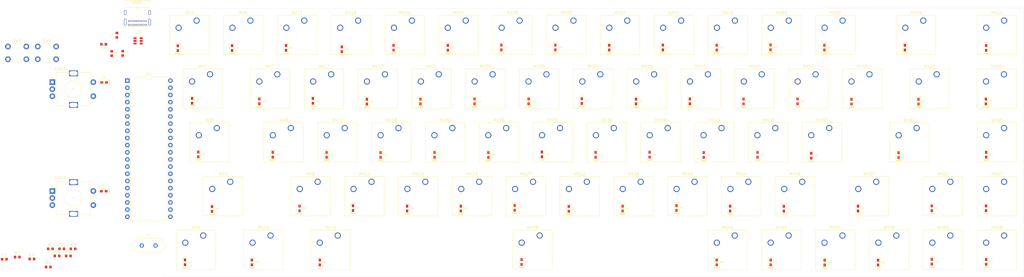
<source format=kicad_pcb>
(kicad_pcb (version 20171130) (host pcbnew "(5.1.0)-1")
  (layers (0 F.Cu signal) (31 B.Cu signal) (34 B.Paste user) (35 F.Paste user) (36 B.SilkS user) (37 F.SilkS user) (38 B.Mask user) (39 F.Mask user) (44 Edge.Cuts user))
  (net 0 "")
  (net 1 GND)
  (net 2 "Net-(C1-Pad1)")
  (net 3 "Net-(C2-Pad1)")
  (net 4 +5V)
  (net 5 "Net-(D1-Pad2)")
  (net 6 Row0)
  (net 7 "Net-(D2-Pad2)")
  (net 8 Row1)
  (net 9 "Net-(D3-Pad2)")
  (net 10 Row2)
  (net 11 "Net-(D4-Pad2)")
  (net 12 Row3)
  (net 13 "Net-(D5-Pad2)")
  (net 14 Row4)
  (net 15 "Net-(D6-Pad2)")
  (net 16 "Net-(D7-Pad2)")
  (net 17 "Net-(D8-Pad2)")
  (net 18 "Net-(D9-Pad2)")
  (net 19 "Net-(D10-Pad2)")
  (net 20 "Net-(D11-Pad2)")
  (net 21 "Net-(D12-Pad2)")
  (net 22 "Net-(D13-Pad2)")
  (net 23 "Net-(D14-Pad2)")
  (net 24 "Net-(D15-Pad2)")
  (net 25 "Net-(D16-Pad2)")
  (net 26 "Net-(D17-Pad2)")
  (net 27 "Net-(D18-Pad2)")
  (net 28 "Net-(D19-Pad2)")
  (net 29 "Net-(D20-Pad2)")
  (net 30 "Net-(D21-Pad2)")
  (net 31 "Net-(D22-Pad2)")
  (net 32 "Net-(D23-Pad2)")
  (net 33 "Net-(D24-Pad2)")
  (net 34 "Net-(D25-Pad2)")
  (net 35 "Net-(D26-Pad2)")
  (net 36 "Net-(D27-Pad2)")
  (net 37 "Net-(D28-Pad2)")
  (net 38 "Net-(D29-Pad2)")
  (net 39 "Net-(D30-Pad2)")
  (net 40 "Net-(D31-Pad2)")
  (net 41 "Net-(D32-Pad2)")
  (net 42 "Net-(D33-Pad2)")
  (net 43 "Net-(D34-Pad2)")
  (net 44 "Net-(D35-Pad2)")
  (net 45 "Net-(D36-Pad2)")
  (net 46 "Net-(D37-Pad2)")
  (net 47 "Net-(D38-Pad2)")
  (net 48 "Net-(D39-Pad2)")
  (net 49 "Net-(D40-Pad2)")
  (net 50 "Net-(D41-Pad2)")
  (net 51 "Net-(D42-Pad2)")
  (net 52 "Net-(D43-Pad2)")
  (net 53 "Net-(D44-Pad2)")
  (net 54 "Net-(D45-Pad2)")
  (net 55 "Net-(D46-Pad2)")
  (net 56 "Net-(D47-Pad2)")
  (net 57 "Net-(D48-Pad2)")
  (net 58 "Net-(D49-Pad2)")
  (net 59 "Net-(D50-Pad2)")
  (net 60 "Net-(D51-Pad2)")
  (net 61 "Net-(D52-Pad2)")
  (net 62 "Net-(D53-Pad2)")
  (net 63 "Net-(D54-Pad2)")
  (net 64 "Net-(D55-Pad2)")
  (net 65 "Net-(D56-Pad2)")
  (net 66 "Net-(D57-Pad2)")
  (net 67 "Net-(D58-Pad2)")
  (net 68 "Net-(D59-Pad2)")
  (net 69 "Net-(D60-Pad2)")
  (net 70 "Net-(D61-Pad2)")
  (net 71 "Net-(D62-Pad2)")
  (net 72 "Net-(D63-Pad2)")
  (net 73 "Net-(D64-Pad2)")
  (net 74 "Net-(D65-Pad2)")
  (net 75 "Net-(D66-Pad2)")
  (net 76 "Net-(D67-Pad2)")
  (net 77 "Net-(D68-Pad2)")
  (net 78 "Net-(D69-Pad2)")
  (net 79 "Net-(D70-Pad2)")
  (net 80 Enc1A)
  (net 81 Enc1B)
  (net 82 Col0)
  (net 83 Enc2A)
  (net 84 Enc2B)
  (net 85 "Net-(F1-Pad2)")
  (net 86 Col1)
  (net 87 Col2)
  (net 88 Col3)
  (net 89 Col4)
  (net 90 Col5)
  (net 91 Col6)
  (net 92 Col7)
  (net 93 Col8)
  (net 94 Reset)
  (net 95 "Net-(R2-Pad2)")
  (net 96 "Net-(R3-Pad2)")
  (net 97 "Net-(R4-Pad2)")
  (net 98 D-)
  (net 99 "Net-(R5-Pad2)")
  (net 100 D+)
  (net 101 SDA)
  (net 102 "Net-(CON1-Pad1)")
  (net 103 SCL)
  (net 104 "Net-(CON1-Pad2)")
  (net 105 "Net-(U1-Pad40)")
  (net 106 "Net-(U1-Pad37)")
  (net 107 "Net-(U1-Pad36)")
  (net 108 "Net-(U1-Pad35)")
  (net 109 "Net-(U1-Pad34)")
  (net 110 "Net-(U1-Pad33)")
  (net 111 "Net-(U1-Pad32)")
  (net 112 "Net-(U1-Pad29)")
  (net 113 "Net-(U1-Pad26)")
  (net 114 "Net-(U1-Pad25)")
  (net 115 "Net-(U1-Pad24)")
  (net 116 "Net-(U1-Pad21)")
  (net 117 "Net-(U1-Pad15)")
  (net 118 "Net-(U1-Pad14)")
  (net 119 boot)
  (net 120 SCK)
  (net 121 MISO)
  (net 122 MOSI)
  (net 123 "Net-(U2-Pad6)")
  (net 124 "Net-(U2-Pad4)")
  (net 125 "Net-(USB1-PadB8)")
  (net 126 "Net-(USB1-PadA8)")
  (net 127 Row6)
  (net 128 Row8)
  (net 129 Row5)
  (net 130 Row7)
  (net 131 Row9)
  (net 132 "Net-(U1-Pad20)")
  (net 133 "Net-(U1-Pad39)")
  (net 134 "Net-(U1-Pad19)")
  (net 135 "Net-(U1-Pad38)")
  (net 136 "Net-(U1-Pad28)")
  (net 137 "Net-(U1-Pad27)")
  (net 138 "Net-(U1-Pad5)")
  (net 139 "Net-(U1-Pad4)")
  (net 140 "Net-(U1-Pad3)")
  (net 141 "Net-(U1-Pad2)")
  (net 142 "Net-(U1-Pad1)")
  (module Crystal:Crystal_HC49-U_Vertical (layer F.Cu) (at 87.4 141.15)
    (fp_text reference Y1 (at 2.44 -3.525) (layer F.SilkS))
    (fp_text value 16MHz)
    (pad 2 thru_hole circle (at 4.88 0) (size 1.5 1.5) (drill 0.8) (layers *.Cu *.Mask) (net 3 "Net-(C2-Pad1)"))
    (pad 1 thru_hole circle (at 0 0) (size 1.5 1.5) (drill 0.8) (layers *.Cu *.Mask) (net 2 "Net-(C1-Pad1)"))
  )
  (module Package_DIP:DIP-40_W15.24mm (layer F.Cu) (at 82.3 82.7)
    (fp_text reference U1 (at 7.62 -2.33) (layer F.SilkS))
    (fp_text value ATmega32A-PU)
    (pad 40 thru_hole oval (at 15.24 0) (size 1.6 1.6) (drill 0.8) (layers *.Cu *.Mask) (net 105 "Net-(U1-Pad40)"))
    (pad 20 thru_hole oval (at 0 48.26) (size 1.6 1.6) (drill 0.8) (layers *.Cu *.Mask) (net 132 "Net-(U1-Pad20)"))
    (pad 39 thru_hole oval (at 15.24 2.54) (size 1.6 1.6) (drill 0.8) (layers *.Cu *.Mask) (net 133 "Net-(U1-Pad39)"))
    (pad 19 thru_hole oval (at 0 45.72) (size 1.6 1.6) (drill 0.8) (layers *.Cu *.Mask) (net 134 "Net-(U1-Pad19)"))
    (pad 38 thru_hole oval (at 15.24 5.08) (size 1.6 1.6) (drill 0.8) (layers *.Cu *.Mask) (net 135 "Net-(U1-Pad38)"))
    (pad 18 thru_hole oval (at 0 43.18) (size 1.6 1.6) (drill 0.8) (layers *.Cu *.Mask) (net 119 boot))
    (pad 37 thru_hole oval (at 15.24 7.62) (size 1.6 1.6) (drill 0.8) (layers *.Cu *.Mask) (net 106 "Net-(U1-Pad37)"))
    (pad 17 thru_hole oval (at 0 40.64) (size 1.6 1.6) (drill 0.8) (layers *.Cu *.Mask) (net 98 D-))
    (pad 36 thru_hole oval (at 15.24 10.16) (size 1.6 1.6) (drill 0.8) (layers *.Cu *.Mask) (net 107 "Net-(U1-Pad36)"))
    (pad 16 thru_hole oval (at 0 38.1) (size 1.6 1.6) (drill 0.8) (layers *.Cu *.Mask) (net 100 D+))
    (pad 35 thru_hole oval (at 15.24 12.7) (size 1.6 1.6) (drill 0.8) (layers *.Cu *.Mask) (net 108 "Net-(U1-Pad35)"))
    (pad 15 thru_hole oval (at 0 35.56) (size 1.6 1.6) (drill 0.8) (layers *.Cu *.Mask) (net 117 "Net-(U1-Pad15)"))
    (pad 34 thru_hole oval (at 15.24 15.24) (size 1.6 1.6) (drill 0.8) (layers *.Cu *.Mask) (net 109 "Net-(U1-Pad34)"))
    (pad 14 thru_hole oval (at 0 33.02) (size 1.6 1.6) (drill 0.8) (layers *.Cu *.Mask) (net 118 "Net-(U1-Pad14)"))
    (pad 33 thru_hole oval (at 15.24 17.78) (size 1.6 1.6) (drill 0.8) (layers *.Cu *.Mask) (net 110 "Net-(U1-Pad33)"))
    (pad 13 thru_hole oval (at 0 30.48) (size 1.6 1.6) (drill 0.8) (layers *.Cu *.Mask) (net 2 "Net-(C1-Pad1)"))
    (pad 32 thru_hole oval (at 15.24 20.32) (size 1.6 1.6) (drill 0.8) (layers *.Cu *.Mask) (net 111 "Net-(U1-Pad32)"))
    (pad 12 thru_hole oval (at 0 27.94) (size 1.6 1.6) (drill 0.8) (layers *.Cu *.Mask) (net 3 "Net-(C2-Pad1)"))
    (pad 31 thru_hole oval (at 15.24 22.86) (size 1.6 1.6) (drill 0.8) (layers *.Cu *.Mask) (net 1 GND))
    (pad 11 thru_hole oval (at 0 25.4) (size 1.6 1.6) (drill 0.8) (layers *.Cu *.Mask) (net 1 GND))
    (pad 30 thru_hole oval (at 15.24 25.4) (size 1.6 1.6) (drill 0.8) (layers *.Cu *.Mask) (net 4 +5V))
    (pad 10 thru_hole oval (at 0 22.86) (size 1.6 1.6) (drill 0.8) (layers *.Cu *.Mask) (net 4 +5V))
    (pad 29 thru_hole oval (at 15.24 27.94) (size 1.6 1.6) (drill 0.8) (layers *.Cu *.Mask) (net 112 "Net-(U1-Pad29)"))
    (pad 9 thru_hole oval (at 0 20.32) (size 1.6 1.6) (drill 0.8) (layers *.Cu *.Mask) (net 94 Reset))
    (pad 28 thru_hole oval (at 15.24 30.48) (size 1.6 1.6) (drill 0.8) (layers *.Cu *.Mask) (net 136 "Net-(U1-Pad28)"))
    (pad 8 thru_hole oval (at 0 17.78) (size 1.6 1.6) (drill 0.8) (layers *.Cu *.Mask) (net 120 SCK))
    (pad 27 thru_hole oval (at 15.24 33.02) (size 1.6 1.6) (drill 0.8) (layers *.Cu *.Mask) (net 137 "Net-(U1-Pad27)"))
    (pad 7 thru_hole oval (at 0 15.24) (size 1.6 1.6) (drill 0.8) (layers *.Cu *.Mask) (net 121 MISO))
    (pad 26 thru_hole oval (at 15.24 35.56) (size 1.6 1.6) (drill 0.8) (layers *.Cu *.Mask) (net 113 "Net-(U1-Pad26)"))
    (pad 6 thru_hole oval (at 0 12.7) (size 1.6 1.6) (drill 0.8) (layers *.Cu *.Mask) (net 122 MOSI))
    (pad 25 thru_hole oval (at 15.24 38.1) (size 1.6 1.6) (drill 0.8) (layers *.Cu *.Mask) (net 114 "Net-(U1-Pad25)"))
    (pad 5 thru_hole oval (at 0 10.16) (size 1.6 1.6) (drill 0.8) (layers *.Cu *.Mask) (net 138 "Net-(U1-Pad5)"))
    (pad 24 thru_hole oval (at 15.24 40.64) (size 1.6 1.6) (drill 0.8) (layers *.Cu *.Mask) (net 115 "Net-(U1-Pad24)"))
    (pad 4 thru_hole oval (at 0 7.62) (size 1.6 1.6) (drill 0.8) (layers *.Cu *.Mask) (net 139 "Net-(U1-Pad4)"))
    (pad 23 thru_hole oval (at 15.24 43.18) (size 1.6 1.6) (drill 0.8) (layers *.Cu *.Mask) (net 101 SDA))
    (pad 3 thru_hole oval (at 0 5.08) (size 1.6 1.6) (drill 0.8) (layers *.Cu *.Mask) (net 140 "Net-(U1-Pad3)"))
    (pad 22 thru_hole oval (at 15.24 45.72) (size 1.6 1.6) (drill 0.8) (layers *.Cu *.Mask) (net 103 SCL))
    (pad 2 thru_hole oval (at 0 2.54) (size 1.6 1.6) (drill 0.8) (layers *.Cu *.Mask) (net 141 "Net-(U1-Pad2)"))
    (pad 21 thru_hole oval (at 15.24 48.26) (size 1.6 1.6) (drill 0.8) (layers *.Cu *.Mask) (net 116 "Net-(U1-Pad21)"))
    (pad 1 thru_hole rect (at 0 0) (size 1.6 1.6) (drill 0.8) (layers *.Cu *.Mask) (net 142 "Net-(U1-Pad1)"))
  )
  (module Type-C:USB_C_GCT_USB4085 (layer F.Cu) (at 85.875 56.81 180)
    (fp_text reference USB1 (at 0 1.85 180) (layer F.SilkS))
    (fp_text value USB_C_Receptacle_USB2.0)
    (pad A5 thru_hole circle (at -1.275 -6.1 180) (size 0.65 0.65) (drill 0.4) (layers *.Cu *.Mask) (net 95 "Net-(R2-Pad2)"))
    (pad A1 thru_hole circle (at -2.975 -6.1 180) (size 0.65 0.65) (drill 0.4) (layers *.Cu *.Mask) (net 1 GND))
    (pad A4 thru_hole circle (at -2.125 -6.1 180) (size 0.65 0.65) (drill 0.4) (layers *.Cu *.Mask) (net 85 "Net-(F1-Pad2)"))
    (pad A6 thru_hole circle (at -0.425 -6.1 180) (size 0.65 0.65) (drill 0.4) (layers *.Cu *.Mask) (net 124 "Net-(U2-Pad4)"))
    (pad A7 thru_hole circle (at 0.425 -6.1 180) (size 0.65 0.65) (drill 0.4) (layers *.Cu *.Mask) (net 123 "Net-(U2-Pad6)"))
    (pad A8 thru_hole circle (at 1.275 -6.1 180) (size 0.65 0.65) (drill 0.4) (layers *.Cu *.Mask) (net 126 "Net-(USB1-PadA8)"))
    (pad A9 thru_hole circle (at 2.125 -6.1 180) (size 0.65 0.65) (drill 0.4) (layers *.Cu *.Mask) (net 85 "Net-(F1-Pad2)"))
    (pad A12 thru_hole circle (at 2.975 -6.1 180) (size 0.65 0.65) (drill 0.4) (layers *.Cu *.Mask) (net 1 GND))
    (pad B12 thru_hole circle (at -2.975 -4.775 180) (size 0.65 0.65) (drill 0.4) (layers *.Cu *.Mask) (net 1 GND))
    (pad B9 thru_hole circle (at -2.12 -4.775 180) (size 0.65 0.65) (drill 0.4) (layers *.Cu *.Mask) (net 85 "Net-(F1-Pad2)"))
    (pad B8 thru_hole circle (at -1.27 -4.775 180) (size 0.65 0.65) (drill 0.4) (layers *.Cu *.Mask) (net 125 "Net-(USB1-PadB8)"))
    (pad B7 thru_hole circle (at -0.42 -4.775 180) (size 0.65 0.65) (drill 0.4) (layers *.Cu *.Mask) (net 123 "Net-(U2-Pad6)"))
    (pad B6 thru_hole circle (at 0.43 -4.775 180) (size 0.65 0.65) (drill 0.4) (layers *.Cu *.Mask) (net 124 "Net-(U2-Pad4)"))
    (pad B5 thru_hole circle (at 1.28 -4.775 180) (size 0.65 0.65) (drill 0.4) (layers *.Cu *.Mask) (net 96 "Net-(R3-Pad2)"))
    (pad B4 thru_hole circle (at 2.13 -4.775 180) (size 0.65 0.65) (drill 0.4) (layers *.Cu *.Mask) (net 85 "Net-(F1-Pad2)"))
    (pad B1 thru_hole circle (at 2.98 -4.775 180) (size 0.65 0.65) (drill 0.4) (layers *.Cu *.Mask) (net 1 GND))
    (pad S1 thru_hole oval (at -4.325 -5.12 180) (size 0.9 2.4) (drill oval 0.6 2.1) (layers *.Cu *.Mask) (net 1 GND))
    (pad S1 thru_hole oval (at 4.325 -5.12 180) (size 0.9 2.4) (drill oval 0.6 2.1) (layers *.Cu *.Mask) (net 1 GND))
    (pad S1 thru_hole oval (at -4.325 -1.74 180) (size 0.9 1.7) (drill oval 0.6 1.4) (layers *.Cu *.Mask) (net 1 GND))
    (pad S1 thru_hole oval (at 4.325 -1.74 180) (size 0.9 1.7) (drill oval 0.6 1.4) (layers *.Cu *.Mask) (net 1 GND))
  )
  (module Button_Switch_THT:SW_PUSH_6mm (layer F.Cu) (at 50.6 70.6)
    (fp_text reference SW2 (at 3.25 -2) (layer F.SilkS))
    (fp_text value SW_Push)
    (pad 1 thru_hole circle (at 6.5 0 90) (size 2 2) (drill 1.1) (layers *.Cu *.Mask) (net 1 GND))
    (pad 2 thru_hole circle (at 6.5 4.5 90) (size 2 2) (drill 1.1) (layers *.Cu *.Mask) (net 119 boot))
    (pad 1 thru_hole circle (at 0 0 90) (size 2 2) (drill 1.1) (layers *.Cu *.Mask) (net 1 GND))
    (pad 2 thru_hole circle (at 0 4.5 90) (size 2 2) (drill 1.1) (layers *.Cu *.Mask) (net 119 boot))
  )
  (module Button_Switch_THT:SW_PUSH_6mm (layer F.Cu) (at 40.05 70.6)
    (fp_text reference SW1 (at 3.25 -2) (layer F.SilkS))
    (fp_text value SW_Push)
    (pad 1 thru_hole circle (at 6.5 0 90) (size 2 2) (drill 1.1) (layers *.Cu *.Mask) (net 1 GND))
    (pad 2 thru_hole circle (at 6.5 4.5 90) (size 2 2) (drill 1.1) (layers *.Cu *.Mask) (net 94 Reset))
    (pad 1 thru_hole circle (at 0 0 90) (size 2 2) (drill 1.1) (layers *.Cu *.Mask) (net 1 GND))
    (pad 2 thru_hole circle (at 0 4.5 90) (size 2 2) (drill 1.1) (layers *.Cu *.Mask) (net 94 Reset))
  )
  (module keyboard_parts:D_SC79 (layer F.Cu) (at 73.95 121.9 180)
    (fp_text reference D70 hide)
    (fp_text value D (at 0.05 1.8 180) (layer F.SilkS) (effects (font (size 0.8 0.8))))
    (pad 1 smd rect (at -0.85 0 180) (size 1 0.8) (layers F.Cu F.Paste F.Mask) (net 127 Row6))
    (pad 2 smd rect (at 0.85 0 180) (size 1 0.8) (layers F.Cu F.Paste F.Mask) (net 79 "Net-(D70-Pad2)"))
  )
  (module keyboard_parts:D_SC79 (layer F.Cu) (at 74.1 83.35 180)
    (fp_text reference D69 hide)
    (fp_text value D (at 0.05 1.8 180) (layer F.SilkS) (effects (font (size 0.8 0.8))))
    (pad 1 smd rect (at -0.85 0 180) (size 1 0.8) (layers F.Cu F.Paste F.Mask) (net 10 Row2))
    (pad 2 smd rect (at 0.85 0 180) (size 1 0.8) (layers F.Cu F.Paste F.Mask) (net 78 "Net-(D69-Pad2)"))
  )
  (module keyboard_parts:D_SC79 (layer F.Cu) (at 386.2 146.95 90)
    (fp_text reference D68 hide)
    (fp_text value D (at 0.05 1.8 90) (layer F.SilkS) (effects (font (size 0.8 0.8))))
    (pad 1 smd rect (at -0.85 0 90) (size 1 0.8) (layers F.Cu F.Paste F.Mask) (net 131 Row9))
    (pad 2 smd rect (at 0.85 0 90) (size 1 0.8) (layers F.Cu F.Paste F.Mask) (net 77 "Net-(D68-Pad2)"))
  )
  (module keyboard_parts:D_SC79 (layer F.Cu) (at 386.15 127.95 90)
    (fp_text reference D67 hide)
    (fp_text value D (at 0.05 1.8 90) (layer F.SilkS) (effects (font (size 0.8 0.8))))
    (pad 1 smd rect (at -0.85 0 90) (size 1 0.8) (layers F.Cu F.Paste F.Mask) (net 130 Row7))
    (pad 2 smd rect (at 0.85 0 90) (size 1 0.8) (layers F.Cu F.Paste F.Mask) (net 76 "Net-(D67-Pad2)"))
  )
  (module keyboard_parts:D_SC79 (layer F.Cu) (at 386.2 108.95 90)
    (fp_text reference D66 hide)
    (fp_text value D (at 0.05 1.8 90) (layer F.SilkS) (effects (font (size 0.8 0.8))))
    (pad 1 smd rect (at -0.85 0 90) (size 1 0.8) (layers F.Cu F.Paste F.Mask) (net 129 Row5))
    (pad 2 smd rect (at 0.85 0 90) (size 1 0.8) (layers F.Cu F.Paste F.Mask) (net 75 "Net-(D66-Pad2)"))
  )
  (module keyboard_parts:D_SC79 (layer F.Cu) (at 386.1 90.1 90)
    (fp_text reference D65 hide)
    (fp_text value D (at 0.05 1.8 90) (layer F.SilkS) (effects (font (size 0.8 0.8))))
    (pad 1 smd rect (at -0.85 0 90) (size 1 0.8) (layers F.Cu F.Paste F.Mask) (net 10 Row2))
    (pad 2 smd rect (at 0.85 0 90) (size 1 0.8) (layers F.Cu F.Paste F.Mask) (net 74 "Net-(D65-Pad2)"))
  )
  (module keyboard_parts:D_SC79 (layer F.Cu) (at 386.2 71.1 90)
    (fp_text reference D64 hide)
    (fp_text value D (at 0.05 1.8 90) (layer F.SilkS) (effects (font (size 0.8 0.8))))
    (pad 1 smd rect (at -0.85 0 90) (size 1 0.8) (layers F.Cu F.Paste F.Mask) (net 6 Row0))
    (pad 2 smd rect (at 0.85 0 90) (size 1 0.8) (layers F.Cu F.Paste F.Mask) (net 73 "Net-(D64-Pad2)"))
  )
  (module keyboard_parts:D_SC79 (layer F.Cu) (at 366.95 146.9 90)
    (fp_text reference D63 hide)
    (fp_text value D (at 0.05 1.8 90) (layer F.SilkS) (effects (font (size 0.8 0.8))))
    (pad 1 smd rect (at -0.85 0 90) (size 1 0.8) (layers F.Cu F.Paste F.Mask) (net 128 Row8))
    (pad 2 smd rect (at 0.85 0 90) (size 1 0.8) (layers F.Cu F.Paste F.Mask) (net 72 "Net-(D63-Pad2)"))
  )
  (module keyboard_parts:D_SC79 (layer F.Cu) (at 366.95 127.95 90)
    (fp_text reference D62 hide)
    (fp_text value D (at 0.05 1.8 90) (layer F.SilkS) (effects (font (size 0.8 0.8))))
    (pad 1 smd rect (at -0.85 0 90) (size 1 0.8) (layers F.Cu F.Paste F.Mask) (net 127 Row6))
    (pad 2 smd rect (at 0.85 0 90) (size 1 0.8) (layers F.Cu F.Paste F.Mask) (net 71 "Net-(D62-Pad2)"))
  )
  (module keyboard_parts:D_SC79 (layer F.Cu) (at 355.2 109.1 90)
    (fp_text reference D61 hide)
    (fp_text value D (at 0.05 1.8 90) (layer F.SilkS) (effects (font (size 0.8 0.8))))
    (pad 1 smd rect (at -0.85 0 90) (size 1 0.8) (layers F.Cu F.Paste F.Mask) (net 14 Row4))
    (pad 2 smd rect (at 0.85 0 90) (size 1 0.8) (layers F.Cu F.Paste F.Mask) (net 70 "Net-(D61-Pad2)"))
  )
  (module keyboard_parts:D_SC79 (layer F.Cu) (at 362.25 90.15 90)
    (fp_text reference D60 hide)
    (fp_text value D (at 0.05 1.8 90) (layer F.SilkS) (effects (font (size 0.8 0.8))))
    (pad 1 smd rect (at -0.85 0 90) (size 1 0.8) (layers F.Cu F.Paste F.Mask) (net 12 Row3))
    (pad 2 smd rect (at 0.85 0 90) (size 1 0.8) (layers F.Cu F.Paste F.Mask) (net 69 "Net-(D60-Pad2)"))
  )
  (module keyboard_parts:D_SC79 (layer F.Cu) (at 357.45 71 90)
    (fp_text reference D59 hide)
    (fp_text value D (at 0.05 1.8 90) (layer F.SilkS) (effects (font (size 0.8 0.8))))
    (pad 1 smd rect (at -0.85 0 90) (size 1 0.8) (layers F.Cu F.Paste F.Mask) (net 8 Row1))
    (pad 2 smd rect (at 0.85 0 90) (size 1 0.8) (layers F.Cu F.Paste F.Mask) (net 68 "Net-(D59-Pad2)"))
  )
  (module keyboard_parts:D_SC79 (layer F.Cu) (at 347.95 147.2 90)
    (fp_text reference D58 hide)
    (fp_text value D (at 0.05 1.8 90) (layer F.SilkS) (effects (font (size 0.8 0.8))))
    (pad 1 smd rect (at -0.85 0 90) (size 1 0.8) (layers F.Cu F.Paste F.Mask) (net 131 Row9))
    (pad 2 smd rect (at 0.85 0 90) (size 1 0.8) (layers F.Cu F.Paste F.Mask) (net 67 "Net-(D58-Pad2)"))
  )
  (module keyboard_parts:D_SC79 (layer F.Cu) (at 340.85 128.05 90)
    (fp_text reference D57 hide)
    (fp_text value D (at 0.05 1.8 90) (layer F.SilkS) (effects (font (size 0.8 0.8))))
    (pad 1 smd rect (at -0.85 0 90) (size 1 0.8) (layers F.Cu F.Paste F.Mask) (net 130 Row7))
    (pad 2 smd rect (at 0.85 0 90) (size 1 0.8) (layers F.Cu F.Paste F.Mask) (net 66 "Net-(D57-Pad2)"))
  )
  (module keyboard_parts:D_SC79 (layer F.Cu) (at 338.55 90.15 90)
    (fp_text reference D56 hide)
    (fp_text value D (at 0.05 1.8 90) (layer F.SilkS) (effects (font (size 0.8 0.8))))
    (pad 1 smd rect (at -0.85 0 90) (size 1 0.8) (layers F.Cu F.Paste F.Mask) (net 10 Row2))
    (pad 2 smd rect (at 0.85 0 90) (size 1 0.8) (layers F.Cu F.Paste F.Mask) (net 65 "Net-(D56-Pad2)"))
  )
  (module keyboard_parts:D_SC79 (layer F.Cu) (at 328.95 71 90)
    (fp_text reference D55 hide)
    (fp_text value D (at 0.05 1.8 90) (layer F.SilkS) (effects (font (size 0.8 0.8))))
    (pad 1 smd rect (at -0.85 0 90) (size 1 0.8) (layers F.Cu F.Paste F.Mask) (net 6 Row0))
    (pad 2 smd rect (at 0.85 0 90) (size 1 0.8) (layers F.Cu F.Paste F.Mask) (net 64 "Net-(D55-Pad2)"))
  )
  (module keyboard_parts:D_SC79 (layer F.Cu) (at 329.05 147.2 90)
    (fp_text reference D54 hide)
    (fp_text value D (at 0.05 1.8 90) (layer F.SilkS) (effects (font (size 0.8 0.8))))
    (pad 1 smd rect (at -0.85 0 90) (size 1 0.8) (layers F.Cu F.Paste F.Mask) (net 128 Row8))
    (pad 2 smd rect (at 0.85 0 90) (size 1 0.8) (layers F.Cu F.Paste F.Mask) (net 63 "Net-(D54-Pad2)"))
  )
  (module keyboard_parts:D_SC79 (layer F.Cu) (at 324.3 109.3 90)
    (fp_text reference D53 hide)
    (fp_text value D (at 0.05 1.8 90) (layer F.SilkS) (effects (font (size 0.8 0.8))))
    (pad 1 smd rect (at -0.85 0 90) (size 1 0.8) (layers F.Cu F.Paste F.Mask) (net 129 Row5))
    (pad 2 smd rect (at 0.85 0 90) (size 1 0.8) (layers F.Cu F.Paste F.Mask) (net 62 "Net-(D53-Pad2)"))
  )
  (module keyboard_parts:D_SC79 (layer F.Cu) (at 319.45 90.05 90)
    (fp_text reference D52 hide)
    (fp_text value D (at 0.05 1.8 90) (layer F.SilkS) (effects (font (size 0.8 0.8))))
    (pad 1 smd rect (at -0.85 0 90) (size 1 0.8) (layers F.Cu F.Paste F.Mask) (net 12 Row3))
    (pad 2 smd rect (at 0.85 0 90) (size 1 0.8) (layers F.Cu F.Paste F.Mask) (net 61 "Net-(D52-Pad2)"))
  )
  (module keyboard_parts:D_SC79 (layer F.Cu) (at 309.9 70.9 90)
    (fp_text reference D51 hide)
    (fp_text value D (at 0.05 1.8 90) (layer F.SilkS) (effects (font (size 0.8 0.8))))
    (pad 1 smd rect (at -0.85 0 90) (size 1 0.8) (layers F.Cu F.Paste F.Mask) (net 8 Row1))
    (pad 2 smd rect (at 0.85 0 90) (size 1 0.8) (layers F.Cu F.Paste F.Mask) (net 60 "Net-(D51-Pad2)"))
  )
  (module keyboard_parts:D_SC79 (layer F.Cu) (at 309.95 147.15 90)
    (fp_text reference D50 hide)
    (fp_text value D (at 0.05 1.8 90) (layer F.SilkS) (effects (font (size 0.8 0.8))))
    (pad 1 smd rect (at -0.85 0 90) (size 1 0.8) (layers F.Cu F.Paste F.Mask) (net 131 Row9))
    (pad 2 smd rect (at 0.85 0 90) (size 1 0.8) (layers F.Cu F.Paste F.Mask) (net 59 "Net-(D50-Pad2)"))
  )
  (module keyboard_parts:D_SC79 (layer F.Cu) (at 314.6 128.1 90)
    (fp_text reference D49 hide)
    (fp_text value D (at 0.05 1.8 90) (layer F.SilkS) (effects (font (size 0.8 0.8))))
    (pad 1 smd rect (at -0.85 0 90) (size 1 0.8) (layers F.Cu F.Paste F.Mask) (net 127 Row6))
    (pad 2 smd rect (at 0.85 0 90) (size 1 0.8) (layers F.Cu F.Paste F.Mask) (net 58 "Net-(D49-Pad2)"))
  )
  (module keyboard_parts:D_SC79 (layer F.Cu) (at 305.3 109 90)
    (fp_text reference D48 hide)
    (fp_text value D (at 0.05 1.8 90) (layer F.SilkS) (effects (font (size 0.8 0.8))))
    (pad 1 smd rect (at -0.85 0 90) (size 1 0.8) (layers F.Cu F.Paste F.Mask) (net 14 Row4))
    (pad 2 smd rect (at 0.85 0 90) (size 1 0.8) (layers F.Cu F.Paste F.Mask) (net 57 "Net-(D48-Pad2)"))
  )
  (module keyboard_parts:D_SC79 (layer F.Cu) (at 300.35 90.1 90)
    (fp_text reference D47 hide)
    (fp_text value D (at 0.05 1.8 90) (layer F.SilkS) (effects (font (size 0.8 0.8))))
    (pad 1 smd rect (at -0.85 0 90) (size 1 0.8) (layers F.Cu F.Paste F.Mask) (net 10 Row2))
    (pad 2 smd rect (at 0.85 0 90) (size 1 0.8) (layers F.Cu F.Paste F.Mask) (net 56 "Net-(D47-Pad2)"))
  )
  (module keyboard_parts:D_SC79 (layer F.Cu) (at 290.85 71 90)
    (fp_text reference D46 hide)
    (fp_text value D (at 0.05 1.8 90) (layer F.SilkS) (effects (font (size 0.8 0.8))))
    (pad 1 smd rect (at -0.85 0 90) (size 1 0.8) (layers F.Cu F.Paste F.Mask) (net 6 Row0))
    (pad 2 smd rect (at 0.85 0 90) (size 1 0.8) (layers F.Cu F.Paste F.Mask) (net 55 "Net-(D46-Pad2)"))
  )
  (module keyboard_parts:D_SC79 (layer F.Cu) (at 290.85 147.15 90)
    (fp_text reference D45 hide)
    (fp_text value D (at 0.05 1.8 90) (layer F.SilkS) (effects (font (size 0.8 0.8))))
    (pad 1 smd rect (at -0.85 0 90) (size 1 0.8) (layers F.Cu F.Paste F.Mask) (net 128 Row8))
    (pad 2 smd rect (at 0.85 0 90) (size 1 0.8) (layers F.Cu F.Paste F.Mask) (net 54 "Net-(D45-Pad2)"))
  )
  (module keyboard_parts:D_SC79 (layer F.Cu) (at 295.6 128.05 90)
    (fp_text reference D44 hide)
    (fp_text value D (at 0.05 1.8 90) (layer F.SilkS) (effects (font (size 0.8 0.8))))
    (pad 1 smd rect (at -0.85 0 90) (size 1 0.8) (layers F.Cu F.Paste F.Mask) (net 130 Row7))
    (pad 2 smd rect (at 0.85 0 90) (size 1 0.8) (layers F.Cu F.Paste F.Mask) (net 53 "Net-(D44-Pad2)"))
  )
  (module keyboard_parts:D_SC79 (layer F.Cu) (at 286.25 109.05 90)
    (fp_text reference D43 hide)
    (fp_text value D (at 0.05 1.8 90) (layer F.SilkS) (effects (font (size 0.8 0.8))))
    (pad 1 smd rect (at -0.85 0 90) (size 1 0.8) (layers F.Cu F.Paste F.Mask) (net 129 Row5))
    (pad 2 smd rect (at 0.85 0 90) (size 1 0.8) (layers F.Cu F.Paste F.Mask) (net 52 "Net-(D43-Pad2)"))
  )
  (module keyboard_parts:D_SC79 (layer F.Cu) (at 281.35 90.05 90)
    (fp_text reference D42 hide)
    (fp_text value D (at 0.05 1.8 90) (layer F.SilkS) (effects (font (size 0.8 0.8))))
    (pad 1 smd rect (at -0.85 0 90) (size 1 0.8) (layers F.Cu F.Paste F.Mask) (net 12 Row3))
    (pad 2 smd rect (at 0.85 0 90) (size 1 0.8) (layers F.Cu F.Paste F.Mask) (net 51 "Net-(D42-Pad2)"))
  )
  (module keyboard_parts:D_SC79 (layer F.Cu) (at 271.8 70.95 90)
    (fp_text reference D41 hide)
    (fp_text value D (at 0.05 1.8 90) (layer F.SilkS) (effects (font (size 0.8 0.8))))
    (pad 1 smd rect (at -0.85 0 90) (size 1 0.8) (layers F.Cu F.Paste F.Mask) (net 8 Row1))
    (pad 2 smd rect (at 0.85 0 90) (size 1 0.8) (layers F.Cu F.Paste F.Mask) (net 50 "Net-(D41-Pad2)"))
  )
  (module keyboard_parts:D_SC79 (layer F.Cu) (at 276.6 127.85 90)
    (fp_text reference D40 hide)
    (fp_text value D (at 0.05 1.8 90) (layer F.SilkS) (effects (font (size 0.8 0.8))))
    (pad 1 smd rect (at -0.85 0 90) (size 1 0.8) (layers F.Cu F.Paste F.Mask) (net 127 Row6))
    (pad 2 smd rect (at 0.85 0 90) (size 1 0.8) (layers F.Cu F.Paste F.Mask) (net 49 "Net-(D40-Pad2)"))
  )
  (module keyboard_parts:D_SC79 (layer F.Cu) (at 267.1 108.95 90)
    (fp_text reference D39 hide)
    (fp_text value D (at 0.05 1.8 90) (layer F.SilkS) (effects (font (size 0.8 0.8))))
    (pad 1 smd rect (at -0.85 0 90) (size 1 0.8) (layers F.Cu F.Paste F.Mask) (net 14 Row4))
    (pad 2 smd rect (at 0.85 0 90) (size 1 0.8) (layers F.Cu F.Paste F.Mask) (net 48 "Net-(D39-Pad2)"))
  )
  (module keyboard_parts:D_SC79 (layer F.Cu) (at 262.3 90.1 90)
    (fp_text reference D38 hide)
    (fp_text value D (at 0.05 1.8 90) (layer F.SilkS) (effects (font (size 0.8 0.8))))
    (pad 1 smd rect (at -0.85 0 90) (size 1 0.8) (layers F.Cu F.Paste F.Mask) (net 10 Row2))
    (pad 2 smd rect (at 0.85 0 90) (size 1 0.8) (layers F.Cu F.Paste F.Mask) (net 47 "Net-(D38-Pad2)"))
  )
  (module keyboard_parts:D_SC79 (layer F.Cu) (at 252.8 71 90)
    (fp_text reference D37 hide)
    (fp_text value D (at 0.05 1.8 90) (layer F.SilkS) (effects (font (size 0.8 0.8))))
    (pad 1 smd rect (at -0.85 0 90) (size 1 0.8) (layers F.Cu F.Paste F.Mask) (net 6 Row0))
    (pad 2 smd rect (at 0.85 0 90) (size 1 0.8) (layers F.Cu F.Paste F.Mask) (net 46 "Net-(D37-Pad2)"))
  )
  (module keyboard_parts:D_SC79 (layer F.Cu) (at 257.55 128.05 90)
    (fp_text reference D36 hide)
    (fp_text value D (at 0.05 1.8 90) (layer F.SilkS) (effects (font (size 0.8 0.8))))
    (pad 1 smd rect (at -0.85 0 90) (size 1 0.8) (layers F.Cu F.Paste F.Mask) (net 130 Row7))
    (pad 2 smd rect (at 0.85 0 90) (size 1 0.8) (layers F.Cu F.Paste F.Mask) (net 45 "Net-(D36-Pad2)"))
  )
  (module keyboard_parts:D_SC79 (layer F.Cu) (at 248 109 90)
    (fp_text reference D35 hide)
    (fp_text value D (at 0.05 1.8 90) (layer F.SilkS) (effects (font (size 0.8 0.8))))
    (pad 1 smd rect (at -0.85 0 90) (size 1 0.8) (layers F.Cu F.Paste F.Mask) (net 129 Row5))
    (pad 2 smd rect (at 0.85 0 90) (size 1 0.8) (layers F.Cu F.Paste F.Mask) (net 44 "Net-(D35-Pad2)"))
  )
  (module keyboard_parts:D_SC79 (layer F.Cu) (at 243.1 89.95 90)
    (fp_text reference D34 hide)
    (fp_text value D (at 0.05 1.8 90) (layer F.SilkS) (effects (font (size 0.8 0.8))))
    (pad 1 smd rect (at -0.85 0 90) (size 1 0.8) (layers F.Cu F.Paste F.Mask) (net 12 Row3))
    (pad 2 smd rect (at 0.85 0 90) (size 1 0.8) (layers F.Cu F.Paste F.Mask) (net 43 "Net-(D34-Pad2)"))
  )
  (module keyboard_parts:D_SC79 (layer F.Cu) (at 233.75 70.95 90)
    (fp_text reference D33 hide)
    (fp_text value D (at 0.05 1.8 90) (layer F.SilkS) (effects (font (size 0.8 0.8))))
    (pad 1 smd rect (at -0.85 0 90) (size 1 0.8) (layers F.Cu F.Paste F.Mask) (net 8 Row1))
    (pad 2 smd rect (at 0.85 0 90) (size 1 0.8) (layers F.Cu F.Paste F.Mask) (net 42 "Net-(D33-Pad2)"))
  )
  (module keyboard_parts:D_SC79 (layer F.Cu) (at 238.5 128.15 90)
    (fp_text reference D32 hide)
    (fp_text value D (at 0.05 1.8 90) (layer F.SilkS) (effects (font (size 0.8 0.8))))
    (pad 1 smd rect (at -0.85 0 90) (size 1 0.8) (layers F.Cu F.Paste F.Mask) (net 127 Row6))
    (pad 2 smd rect (at 0.85 0 90) (size 1 0.8) (layers F.Cu F.Paste F.Mask) (net 41 "Net-(D32-Pad2)"))
  )
  (module keyboard_parts:D_SC79 (layer F.Cu) (at 229 108.85 90)
    (fp_text reference D31 hide)
    (fp_text value D (at 0.05 1.8 90) (layer F.SilkS) (effects (font (size 0.8 0.8))))
    (pad 1 smd rect (at -0.85 0 90) (size 1 0.8) (layers F.Cu F.Paste F.Mask) (net 14 Row4))
    (pad 2 smd rect (at 0.85 0 90) (size 1 0.8) (layers F.Cu F.Paste F.Mask) (net 40 "Net-(D31-Pad2)"))
  )
  (module keyboard_parts:D_SC79 (layer F.Cu) (at 224.3 90.05 90)
    (fp_text reference D30 hide)
    (fp_text value D (at 0.05 1.8 90) (layer F.SilkS) (effects (font (size 0.8 0.8))))
    (pad 1 smd rect (at -0.85 0 90) (size 1 0.8) (layers F.Cu F.Paste F.Mask) (net 10 Row2))
    (pad 2 smd rect (at 0.85 0 90) (size 1 0.8) (layers F.Cu F.Paste F.Mask) (net 39 "Net-(D30-Pad2)"))
  )
  (module keyboard_parts:D_SC79 (layer F.Cu) (at 214.65 70.95 90)
    (fp_text reference D29 hide)
    (fp_text value D (at 0.05 1.8 90) (layer F.SilkS) (effects (font (size 0.8 0.8))))
    (pad 1 smd rect (at -0.85 0 90) (size 1 0.8) (layers F.Cu F.Paste F.Mask) (net 6 Row0))
    (pad 2 smd rect (at 0.85 0 90) (size 1 0.8) (layers F.Cu F.Paste F.Mask) (net 38 "Net-(D29-Pad2)"))
  )
  (module keyboard_parts:D_SC79 (layer F.Cu) (at 221.8 147 90)
    (fp_text reference D28 hide)
    (fp_text value D (at 0.05 1.8 90) (layer F.SilkS) (effects (font (size 0.8 0.8))))
    (pad 1 smd rect (at -0.85 0 90) (size 1 0.8) (layers F.Cu F.Paste F.Mask) (net 131 Row9))
    (pad 2 smd rect (at 0.85 0 90) (size 1 0.8) (layers F.Cu F.Paste F.Mask) (net 37 "Net-(D28-Pad2)"))
  )
  (module keyboard_parts:D_SC79 (layer F.Cu) (at 219.35 127.8 90)
    (fp_text reference D27 hide)
    (fp_text value D (at 0.05 1.8 90) (layer F.SilkS) (effects (font (size 0.8 0.8))))
    (pad 1 smd rect (at -0.85 0 90) (size 1 0.8) (layers F.Cu F.Paste F.Mask) (net 130 Row7))
    (pad 2 smd rect (at 0.85 0 90) (size 1 0.8) (layers F.Cu F.Paste F.Mask) (net 36 "Net-(D27-Pad2)"))
  )
  (module keyboard_parts:D_SC79 (layer F.Cu) (at 210.05 109.05 90)
    (fp_text reference D26 hide)
    (fp_text value D (at 0.05 1.8 90) (layer F.SilkS) (effects (font (size 0.8 0.8))))
    (pad 1 smd rect (at -0.85 0 90) (size 1 0.8) (layers F.Cu F.Paste F.Mask) (net 129 Row5))
    (pad 2 smd rect (at 0.85 0 90) (size 1 0.8) (layers F.Cu F.Paste F.Mask) (net 35 "Net-(D26-Pad2)"))
  )
  (module keyboard_parts:D_SC79 (layer F.Cu) (at 205.15 90.05 90)
    (fp_text reference D25 hide)
    (fp_text value D (at 0.05 1.8 90) (layer F.SilkS) (effects (font (size 0.8 0.8))))
    (pad 1 smd rect (at -0.85 0 90) (size 1 0.8) (layers F.Cu F.Paste F.Mask) (net 12 Row3))
    (pad 2 smd rect (at 0.85 0 90) (size 1 0.8) (layers F.Cu F.Paste F.Mask) (net 34 "Net-(D25-Pad2)"))
  )
  (module keyboard_parts:D_SC79 (layer F.Cu) (at 195.7 71.05 90)
    (fp_text reference D24 hide)
    (fp_text value D (at 0.05 1.8 90) (layer F.SilkS) (effects (font (size 0.8 0.8))))
    (pad 1 smd rect (at -0.85 0 90) (size 1 0.8) (layers F.Cu F.Paste F.Mask) (net 8 Row1))
    (pad 2 smd rect (at 0.85 0 90) (size 1 0.8) (layers F.Cu F.Paste F.Mask) (net 33 "Net-(D24-Pad2)"))
  )
  (module keyboard_parts:D_SC79 (layer F.Cu) (at 200.3 128.05 90)
    (fp_text reference D23 hide)
    (fp_text value D (at 0.05 1.8 90) (layer F.SilkS) (effects (font (size 0.8 0.8))))
    (pad 1 smd rect (at -0.85 0 90) (size 1 0.8) (layers F.Cu F.Paste F.Mask) (net 127 Row6))
    (pad 2 smd rect (at 0.85 0 90) (size 1 0.8) (layers F.Cu F.Paste F.Mask) (net 32 "Net-(D23-Pad2)"))
  )
  (module keyboard_parts:D_SC79 (layer F.Cu) (at 191 109 90)
    (fp_text reference D22 hide)
    (fp_text value D (at 0.05 1.8 90) (layer F.SilkS) (effects (font (size 0.8 0.8))))
    (pad 1 smd rect (at -0.85 0 90) (size 1 0.8) (layers F.Cu F.Paste F.Mask) (net 14 Row4))
    (pad 2 smd rect (at 0.85 0 90) (size 1 0.8) (layers F.Cu F.Paste F.Mask) (net 31 "Net-(D22-Pad2)"))
  )
  (module keyboard_parts:D_SC79 (layer F.Cu) (at 186 90.1 90)
    (fp_text reference D21 hide)
    (fp_text value D (at 0.05 1.8 90) (layer F.SilkS) (effects (font (size 0.8 0.8))))
    (pad 1 smd rect (at -0.85 0 90) (size 1 0.8) (layers F.Cu F.Paste F.Mask) (net 10 Row2))
    (pad 2 smd rect (at 0.85 0 90) (size 1 0.8) (layers F.Cu F.Paste F.Mask) (net 30 "Net-(D21-Pad2)"))
  )
  (module keyboard_parts:D_SC79 (layer F.Cu) (at 176.5 71.05 90)
    (fp_text reference D20 hide)
    (fp_text value D (at 0.05 1.8 90) (layer F.SilkS) (effects (font (size 0.8 0.8))))
    (pad 1 smd rect (at -0.85 0 90) (size 1 0.8) (layers F.Cu F.Paste F.Mask) (net 6 Row0))
    (pad 2 smd rect (at 0.85 0 90) (size 1 0.8) (layers F.Cu F.Paste F.Mask) (net 29 "Net-(D20-Pad2)"))
  )
  (module keyboard_parts:D_SC79 (layer F.Cu) (at 181.3 128.05 90)
    (fp_text reference D19 hide)
    (fp_text value D (at 0.05 1.8 90) (layer F.SilkS) (effects (font (size 0.8 0.8))))
    (pad 1 smd rect (at -0.85 0 90) (size 1 0.8) (layers F.Cu F.Paste F.Mask) (net 130 Row7))
    (pad 2 smd rect (at 0.85 0 90) (size 1 0.8) (layers F.Cu F.Paste F.Mask) (net 28 "Net-(D19-Pad2)"))
  )
  (module keyboard_parts:D_SC79 (layer F.Cu) (at 171.9 109.05 90)
    (fp_text reference D18 hide)
    (fp_text value D (at 0.05 1.8 90) (layer F.SilkS) (effects (font (size 0.8 0.8))))
    (pad 1 smd rect (at -0.85 0 90) (size 1 0.8) (layers F.Cu F.Paste F.Mask) (net 129 Row5))
    (pad 2 smd rect (at 0.85 0 90) (size 1 0.8) (layers F.Cu F.Paste F.Mask) (net 27 "Net-(D18-Pad2)"))
  )
  (module keyboard_parts:D_SC79 (layer F.Cu) (at 167.05 90.15 90)
    (fp_text reference D17 hide)
    (fp_text value D (at 0.05 1.8 90) (layer F.SilkS) (effects (font (size 0.8 0.8))))
    (pad 1 smd rect (at -0.85 0 90) (size 1 0.8) (layers F.Cu F.Paste F.Mask) (net 12 Row3))
    (pad 2 smd rect (at 0.85 0 90) (size 1 0.8) (layers F.Cu F.Paste F.Mask) (net 26 "Net-(D17-Pad2)"))
  )
  (module keyboard_parts:D_SC79 (layer F.Cu) (at 158.2 71.6 90)
    (fp_text reference D16 hide)
    (fp_text value D (at 0.05 1.8 90) (layer F.SilkS) (effects (font (size 0.8 0.8))))
    (pad 1 smd rect (at -0.85 0 90) (size 1 0.8) (layers F.Cu F.Paste F.Mask) (net 8 Row1))
    (pad 2 smd rect (at 0.85 0 90) (size 1 0.8) (layers F.Cu F.Paste F.Mask) (net 25 "Net-(D16-Pad2)"))
  )
  (module keyboard_parts:D_SC79 (layer F.Cu) (at 150.4 147.15 90)
    (fp_text reference D15 hide)
    (fp_text value D (at 0.05 1.8 90) (layer F.SilkS) (effects (font (size 0.8 0.8))))
    (pad 1 smd rect (at -0.85 0 90) (size 1 0.8) (layers F.Cu F.Paste F.Mask) (net 128 Row8))
    (pad 2 smd rect (at 0.85 0 90) (size 1 0.8) (layers F.Cu F.Paste F.Mask) (net 24 "Net-(D15-Pad2)"))
  )
  (module keyboard_parts:D_SC79 (layer F.Cu) (at 162.15 127.9 90)
    (fp_text reference D14 hide)
    (fp_text value D (at 0.05 1.8 90) (layer F.SilkS) (effects (font (size 0.8 0.8))))
    (pad 1 smd rect (at -0.85 0 90) (size 1 0.8) (layers F.Cu F.Paste F.Mask) (net 127 Row6))
    (pad 2 smd rect (at 0.85 0 90) (size 1 0.8) (layers F.Cu F.Paste F.Mask) (net 23 "Net-(D14-Pad2)"))
  )
  (module keyboard_parts:D_SC79 (layer F.Cu) (at 152.8 109 90)
    (fp_text reference D13 hide)
    (fp_text value D (at 0.05 1.8 90) (layer F.SilkS) (effects (font (size 0.8 0.8))))
    (pad 1 smd rect (at -0.85 0 90) (size 1 0.8) (layers F.Cu F.Paste F.Mask) (net 14 Row4))
    (pad 2 smd rect (at 0.85 0 90) (size 1 0.8) (layers F.Cu F.Paste F.Mask) (net 22 "Net-(D13-Pad2)"))
  )
  (module keyboard_parts:D_SC79 (layer F.Cu) (at 147.95 89.85 90)
    (fp_text reference D12 hide)
    (fp_text value D (at 0.05 1.8 90) (layer F.SilkS) (effects (font (size 0.8 0.8))))
    (pad 1 smd rect (at -0.85 0 90) (size 1 0.8) (layers F.Cu F.Paste F.Mask) (net 10 Row2))
    (pad 2 smd rect (at 0.85 0 90) (size 1 0.8) (layers F.Cu F.Paste F.Mask) (net 21 "Net-(D12-Pad2)"))
  )
  (module keyboard_parts:D_SC79 (layer F.Cu) (at 138.45 71.1 90)
    (fp_text reference D11 hide)
    (fp_text value D (at 0.05 1.8 90) (layer F.SilkS) (effects (font (size 0.8 0.8))))
    (pad 1 smd rect (at -0.85 0 90) (size 1 0.8) (layers F.Cu F.Paste F.Mask) (net 6 Row0))
    (pad 2 smd rect (at 0.85 0 90) (size 1 0.8) (layers F.Cu F.Paste F.Mask) (net 20 "Net-(D11-Pad2)"))
  )
  (module keyboard_parts:D_SC79 (layer F.Cu) (at 126.35 147.15 90)
    (fp_text reference D10 hide)
    (fp_text value D (at 0.05 1.8 90) (layer F.SilkS) (effects (font (size 0.8 0.8))))
    (pad 1 smd rect (at -0.85 0 90) (size 1 0.8) (layers F.Cu F.Paste F.Mask) (net 131 Row9))
    (pad 2 smd rect (at 0.85 0 90) (size 1 0.8) (layers F.Cu F.Paste F.Mask) (net 19 "Net-(D10-Pad2)"))
  )
  (module keyboard_parts:D_SC79 (layer F.Cu) (at 143.25 128 90)
    (fp_text reference D9 hide)
    (fp_text value D (at 0.05 1.8 90) (layer F.SilkS) (effects (font (size 0.8 0.8))))
    (pad 1 smd rect (at -0.85 0 90) (size 1 0.8) (layers F.Cu F.Paste F.Mask) (net 130 Row7))
    (pad 2 smd rect (at 0.85 0 90) (size 1 0.8) (layers F.Cu F.Paste F.Mask) (net 18 "Net-(D9-Pad2)"))
  )
  (module keyboard_parts:D_SC79 (layer F.Cu) (at 133.75 108.95 90)
    (fp_text reference D8 hide)
    (fp_text value D (at 0.05 1.8 90) (layer F.SilkS) (effects (font (size 0.8 0.8))))
    (pad 1 smd rect (at -0.85 0 90) (size 1 0.8) (layers F.Cu F.Paste F.Mask) (net 129 Row5))
    (pad 2 smd rect (at 0.85 0 90) (size 1 0.8) (layers F.Cu F.Paste F.Mask) (net 17 "Net-(D8-Pad2)"))
  )
  (module keyboard_parts:D_SC79 (layer F.Cu) (at 129 90.05 90)
    (fp_text reference D7 hide)
    (fp_text value D (at 0.05 1.8 90) (layer F.SilkS) (effects (font (size 0.8 0.8))))
    (pad 1 smd rect (at -0.85 0 90) (size 1 0.8) (layers F.Cu F.Paste F.Mask) (net 12 Row3))
    (pad 2 smd rect (at 0.85 0 90) (size 1 0.8) (layers F.Cu F.Paste F.Mask) (net 16 "Net-(D7-Pad2)"))
  )
  (module keyboard_parts:D_SC79 (layer F.Cu) (at 119.35 71.15 90)
    (fp_text reference D6 hide)
    (fp_text value D (at 0.05 1.8 90) (layer F.SilkS) (effects (font (size 0.8 0.8))))
    (pad 1 smd rect (at -0.85 0 90) (size 1 0.8) (layers F.Cu F.Paste F.Mask) (net 8 Row1))
    (pad 2 smd rect (at 0.85 0 90) (size 1 0.8) (layers F.Cu F.Paste F.Mask) (net 15 "Net-(D6-Pad2)"))
  )
  (module keyboard_parts:D_SC79 (layer F.Cu) (at 102.7 147.1 90)
    (fp_text reference D5 hide)
    (fp_text value D (at 0.05 1.8 90) (layer F.SilkS) (effects (font (size 0.8 0.8))))
    (pad 1 smd rect (at -0.85 0 90) (size 1 0.8) (layers F.Cu F.Paste F.Mask) (net 128 Row8))
    (pad 2 smd rect (at 0.85 0 90) (size 1 0.8) (layers F.Cu F.Paste F.Mask) (net 13 "Net-(D5-Pad2)"))
  )
  (module keyboard_parts:D_SC79 (layer F.Cu) (at 112.25 128.2 90)
    (fp_text reference D4 hide)
    (fp_text value D (at 0.05 1.8 90) (layer F.SilkS) (effects (font (size 0.8 0.8))))
    (pad 1 smd rect (at -0.85 0 90) (size 1 0.8) (layers F.Cu F.Paste F.Mask) (net 127 Row6))
    (pad 2 smd rect (at 0.85 0 90) (size 1 0.8) (layers F.Cu F.Paste F.Mask) (net 11 "Net-(D4-Pad2)"))
  )
  (module keyboard_parts:D_SC79 (layer F.Cu) (at 107.4 108.85 90)
    (fp_text reference D3 hide)
    (fp_text value D (at 0.05 1.8 90) (layer F.SilkS) (effects (font (size 0.8 0.8))))
    (pad 1 smd rect (at -0.85 0 90) (size 1 0.8) (layers F.Cu F.Paste F.Mask) (net 14 Row4))
    (pad 2 smd rect (at 0.85 0 90) (size 1 0.8) (layers F.Cu F.Paste F.Mask) (net 9 "Net-(D3-Pad2)"))
  )
  (module keyboard_parts:D_SC79 (layer F.Cu) (at 105.2 89.85 90)
    (fp_text reference D2 hide)
    (fp_text value D (at 0.05 1.8 90) (layer F.SilkS) (effects (font (size 0.8 0.8))))
    (pad 1 smd rect (at -0.85 0 90) (size 1 0.8) (layers F.Cu F.Paste F.Mask) (net 10 Row2))
    (pad 2 smd rect (at 0.85 0 90) (size 1 0.8) (layers F.Cu F.Paste F.Mask) (net 7 "Net-(D2-Pad2)"))
  )
  (module keyboard_parts:D_SC79 (layer F.Cu) (at 100.15 71.2 90)
    (fp_text reference D1 hide)
    (fp_text value D (at 0.05 1.8 90) (layer F.SilkS) (effects (font (size 0.8 0.8))))
    (pad 1 smd rect (at -0.85 0 90) (size 1 0.8) (layers F.Cu F.Paste F.Mask) (net 6 Row0))
    (pad 2 smd rect (at 0.85 0 90) (size 1 0.8) (layers F.Cu F.Paste F.Mask) (net 5 "Net-(D1-Pad2)"))
  )
  (module Package_TO_SOT_SMD:SOT-23-6 (layer F.Cu) (at 86.1 68.6)
    (fp_text reference U2 (at 0 -2.9) (layer F.SilkS))
    (fp_text value USBLC6-2SC6)
    (pad 5 smd rect (at 1.1 0) (size 1.06 0.65) (layers F.Cu F.Paste F.Mask) (net 4 +5V))
    (pad 6 smd rect (at 1.1 -0.95) (size 1.06 0.65) (layers F.Cu F.Paste F.Mask) (net 123 "Net-(U2-Pad6)"))
    (pad 4 smd rect (at 1.1 0.95) (size 1.06 0.65) (layers F.Cu F.Paste F.Mask) (net 124 "Net-(U2-Pad4)"))
    (pad 3 smd rect (at -1.1 0.95) (size 1.06 0.65) (layers F.Cu F.Paste F.Mask) (net 99 "Net-(R5-Pad2)"))
    (pad 2 smd rect (at -1.1 0) (size 1.06 0.65) (layers F.Cu F.Paste F.Mask) (net 1 GND))
    (pad 1 smd rect (at -1.1 -0.95) (size 1.06 0.65) (layers F.Cu F.Paste F.Mask) (net 97 "Net-(R4-Pad2)"))
  )
  (module Resistor_SMD:R_0603_1608Metric (layer F.Cu) (at 43.35 145.25)
    (fp_text reference R7 (at 0 -1.43) (layer F.SilkS))
    (fp_text value 4.7k)
    (pad 2 smd roundrect (at 0.7875 0) (size 0.875 0.95) (layers F.Cu F.Paste F.Mask) (net 103 SCL))
    (pad 1 smd roundrect (at -0.7875 0) (size 0.875 0.95) (layers F.Cu F.Paste F.Mask) (net 104 "Net-(CON1-Pad2)"))
  )
  (module Resistor_SMD:R_0603_1608Metric (layer F.Cu) (at 61.42 144.83)
    (fp_text reference R6 (at 0 -1.43) (layer F.SilkS))
    (fp_text value 4.7k)
    (pad 2 smd roundrect (at 0.7875 0) (size 0.875 0.95) (layers F.Cu F.Paste F.Mask) (net 101 SDA))
    (pad 1 smd roundrect (at -0.7875 0) (size 0.875 0.95) (layers F.Cu F.Paste F.Mask) (net 102 "Net-(CON1-Pad1)"))
  )
  (module Resistor_SMD:R_0603_1608Metric (layer F.Cu) (at 57.41 144.83)
    (fp_text reference R5 (at 0 -1.43) (layer F.SilkS))
    (fp_text value 22)
    (pad 2 smd roundrect (at 0.7875 0) (size 0.875 0.95) (layers F.Cu F.Paste F.Mask) (net 99 "Net-(R5-Pad2)"))
    (pad 1 smd roundrect (at -0.7875 0) (size 0.875 0.95) (layers F.Cu F.Paste F.Mask) (net 100 D+))
  )
  (module Resistor_SMD:R_0603_1608Metric (layer F.Cu) (at 54.3125 148.75)
    (fp_text reference R4 (at 0 -1.43) (layer F.SilkS))
    (fp_text value 22)
    (pad 2 smd roundrect (at 0.7875 0) (size 0.875 0.95) (layers F.Cu F.Paste F.Mask) (net 97 "Net-(R4-Pad2)"))
    (pad 1 smd roundrect (at -0.7875 0) (size 0.875 0.95) (layers F.Cu F.Paste F.Mask) (net 98 D-))
  )
  (module Resistor_SMD:R_0603_1608Metric (layer F.Cu) (at 63.08 142.32)
    (fp_text reference R3 (at 0 -1.43) (layer F.SilkS))
    (fp_text value 5.1k)
    (pad 2 smd roundrect (at 0.7875 0) (size 0.875 0.95) (layers F.Cu F.Paste F.Mask) (net 96 "Net-(R3-Pad2)"))
    (pad 1 smd roundrect (at -0.7875 0) (size 0.875 0.95) (layers F.Cu F.Paste F.Mask) (net 1 GND))
  )
  (module Resistor_SMD:R_0603_1608Metric (layer F.Cu) (at 55.06 142.32)
    (fp_text reference R2 (at 0 -1.43) (layer F.SilkS))
    (fp_text value 5.1k)
    (pad 2 smd roundrect (at 0.7875 0) (size 0.875 0.95) (layers F.Cu F.Paste F.Mask) (net 95 "Net-(R2-Pad2)"))
    (pad 1 smd roundrect (at -0.7875 0) (size 0.875 0.95) (layers F.Cu F.Paste F.Mask) (net 1 GND))
  )
  (module Resistor_SMD:R_0603_1608Metric (layer F.Cu) (at 59.07 142.32)
    (fp_text reference R1 (at 0 -1.43) (layer F.SilkS))
    (fp_text value 10k)
    (pad 2 smd roundrect (at 0.7875 0) (size 0.875 0.95) (layers F.Cu F.Paste F.Mask) (net 94 Reset))
    (pad 1 smd roundrect (at -0.7875 0) (size 0.875 0.95) (layers F.Cu F.Paste F.Mask) (net 4 +5V))
  )
  (module Button_Switch_Keyboard:SW_Cherry_MX_1.00u_Plate (layer F.Cu) (at 392.55 137.61)
    (fp_text reference MX68 (at -2.54 -2.794) (layer F.SilkS))
    (fp_text value MX-NoLED)
    (pad "" np_thru_hole circle (at -2.54 5.08) (size 4 4) (drill 4) (layers *.Cu *.Mask))
    (pad 2 thru_hole circle (at -6.35 2.54) (size 2.2 2.2) (drill 1.5) (layers *.Cu *.Mask) (net 77 "Net-(D68-Pad2)"))
    (pad 1 thru_hole circle (at 0 0) (size 2.2 2.2) (drill 1.5) (layers *.Cu *.Mask) (net 93 Col8))
  )
  (module Button_Switch_Keyboard:SW_Cherry_MX_1.00u_Plate (layer F.Cu) (at 392.55 118.56)
    (fp_text reference MX67 (at -2.54 -2.794) (layer F.SilkS))
    (fp_text value MX-NoLED)
    (pad "" np_thru_hole circle (at -2.54 5.08) (size 4 4) (drill 4) (layers *.Cu *.Mask))
    (pad 2 thru_hole circle (at -6.35 2.54) (size 2.2 2.2) (drill 1.5) (layers *.Cu *.Mask) (net 76 "Net-(D67-Pad2)"))
    (pad 1 thru_hole circle (at 0 0) (size 2.2 2.2) (drill 1.5) (layers *.Cu *.Mask) (net 93 Col8))
  )
  (module Button_Switch_Keyboard:SW_Cherry_MX_1.00u_Plate (layer F.Cu) (at 392.55 99.51)
    (fp_text reference MX66 (at -2.54 -2.794) (layer F.SilkS))
    (fp_text value MX-NoLED)
    (pad "" np_thru_hole circle (at -2.54 5.08) (size 4 4) (drill 4) (layers *.Cu *.Mask))
    (pad 2 thru_hole circle (at -6.35 2.54) (size 2.2 2.2) (drill 1.5) (layers *.Cu *.Mask) (net 75 "Net-(D66-Pad2)"))
    (pad 1 thru_hole circle (at 0 0) (size 2.2 2.2) (drill 1.5) (layers *.Cu *.Mask) (net 93 Col8))
  )
  (module Button_Switch_Keyboard:SW_Cherry_MX_1.00u_Plate (layer F.Cu) (at 392.5 80.46)
    (fp_text reference MX65 (at -2.54 -2.794) (layer F.SilkS))
    (fp_text value MX-NoLED)
    (pad "" np_thru_hole circle (at -2.54 5.08) (size 4 4) (drill 4) (layers *.Cu *.Mask))
    (pad 2 thru_hole circle (at -6.35 2.54) (size 2.2 2.2) (drill 1.5) (layers *.Cu *.Mask) (net 74 "Net-(D65-Pad2)"))
    (pad 1 thru_hole circle (at 0 0) (size 2.2 2.2) (drill 1.5) (layers *.Cu *.Mask) (net 93 Col8))
  )
  (module Button_Switch_Keyboard:SW_Cherry_MX_1.00u_Plate (layer F.Cu) (at 392.55 61.4)
    (fp_text reference MX64 (at -2.54 -2.794) (layer F.SilkS))
    (fp_text value MX-NoLED)
    (pad "" np_thru_hole circle (at -2.54 5.08) (size 4 4) (drill 4) (layers *.Cu *.Mask))
    (pad 2 thru_hole circle (at -6.35 2.54) (size 2.2 2.2) (drill 1.5) (layers *.Cu *.Mask) (net 73 "Net-(D64-Pad2)"))
    (pad 1 thru_hole circle (at 0 0) (size 2.2 2.2) (drill 1.5) (layers *.Cu *.Mask) (net 93 Col8))
  )
  (module Button_Switch_Keyboard:SW_Cherry_MX_1.00u_Plate (layer F.Cu) (at 373.5 137.61)
    (fp_text reference MX63 (at -2.54 -2.794) (layer F.SilkS))
    (fp_text value MX-NoLED)
    (pad "" np_thru_hole circle (at -2.54 5.08) (size 4 4) (drill 4) (layers *.Cu *.Mask))
    (pad 2 thru_hole circle (at -6.35 2.54) (size 2.2 2.2) (drill 1.5) (layers *.Cu *.Mask) (net 72 "Net-(D63-Pad2)"))
    (pad 1 thru_hole circle (at 0 0) (size 2.2 2.2) (drill 1.5) (layers *.Cu *.Mask) (net 92 Col7))
  )
  (module Button_Switch_Keyboard:SW_Cherry_MX_1.00u_Plate (layer F.Cu) (at 373.5 118.56)
    (fp_text reference MX62 (at -2.54 -2.794) (layer F.SilkS))
    (fp_text value MX-NoLED)
    (pad "" np_thru_hole circle (at -2.54 5.08) (size 4 4) (drill 4) (layers *.Cu *.Mask))
    (pad 2 thru_hole circle (at -6.35 2.54) (size 2.2 2.2) (drill 1.5) (layers *.Cu *.Mask) (net 71 "Net-(D62-Pad2)"))
    (pad 1 thru_hole circle (at 0 0) (size 2.2 2.2) (drill 1.5) (layers *.Cu *.Mask) (net 92 Col7))
  )
  (module Button_Switch_Keyboard:SW_Cherry_MX_2.25u_Plate (layer F.Cu) (at 361.6 99.51)
    (fp_text reference MX61 (at -2.54 -2.794) (layer F.SilkS))
    (fp_text value MX-NoLED)
    (pad "" np_thru_hole circle (at -2.54 5.08) (size 4 4) (drill 4) (layers *.Cu *.Mask))
    (pad 2 thru_hole circle (at -6.35 2.54) (size 2.2 2.2) (drill 1.5) (layers *.Cu *.Mask) (net 70 "Net-(D61-Pad2)"))
    (pad 1 thru_hole circle (at 0 0) (size 2.2 2.2) (drill 1.5) (layers *.Cu *.Mask) (net 92 Col7))
  )
  (module Button_Switch_Keyboard:SW_Cherry_MX_1.50u_Plate (layer F.Cu) (at 368.7 80.46)
    (fp_text reference MX60 (at -2.54 -2.794) (layer F.SilkS))
    (fp_text value MX-NoLED)
    (pad "" np_thru_hole circle (at -2.54 5.08) (size 4 4) (drill 4) (layers *.Cu *.Mask))
    (pad 2 thru_hole circle (at -6.35 2.54) (size 2.2 2.2) (drill 1.5) (layers *.Cu *.Mask) (net 69 "Net-(D60-Pad2)"))
    (pad 1 thru_hole circle (at 0 0) (size 2.2 2.2) (drill 1.5) (layers *.Cu *.Mask) (net 92 Col7))
  )
  (module Button_Switch_Keyboard:SW_Cherry_MX_2.00u_Plate (layer F.Cu) (at 363.95 61.41)
    (fp_text reference MX59 (at -2.54 -2.794) (layer F.SilkS))
    (fp_text value MX-NoLED)
    (pad "" np_thru_hole circle (at -2.54 5.08) (size 4 4) (drill 4) (layers *.Cu *.Mask))
    (pad 2 thru_hole circle (at -6.35 2.54) (size 2.2 2.2) (drill 1.5) (layers *.Cu *.Mask) (net 68 "Net-(D59-Pad2)"))
    (pad 1 thru_hole circle (at 0 0) (size 2.2 2.2) (drill 1.5) (layers *.Cu *.Mask) (net 92 Col7))
  )
  (module Button_Switch_Keyboard:SW_Cherry_MX_1.00u_Plate (layer F.Cu) (at 354.4 137.61)
    (fp_text reference MX58 (at -2.54 -2.794) (layer F.SilkS))
    (fp_text value MX-NoLED)
    (pad "" np_thru_hole circle (at -2.54 5.08) (size 4 4) (drill 4) (layers *.Cu *.Mask))
    (pad 2 thru_hole circle (at -6.35 2.54) (size 2.2 2.2) (drill 1.5) (layers *.Cu *.Mask) (net 67 "Net-(D58-Pad2)"))
    (pad 1 thru_hole circle (at 0 0) (size 2.2 2.2) (drill 1.5) (layers *.Cu *.Mask) (net 92 Col7))
  )
  (module Button_Switch_Keyboard:SW_Cherry_MX_1.75u_Plate (layer F.Cu) (at 347.3 118.56)
    (fp_text reference MX57 (at -2.54 -2.794) (layer F.SilkS))
    (fp_text value MX-NoLED)
    (pad "" np_thru_hole circle (at -2.54 5.08) (size 4 4) (drill 4) (layers *.Cu *.Mask))
    (pad 2 thru_hole circle (at -6.35 2.54) (size 2.2 2.2) (drill 1.5) (layers *.Cu *.Mask) (net 66 "Net-(D57-Pad2)"))
    (pad 1 thru_hole circle (at 0 0) (size 2.2 2.2) (drill 1.5) (layers *.Cu *.Mask) (net 92 Col7))
  )
  (module Button_Switch_Keyboard:SW_Cherry_MX_1.00u_Plate (layer F.Cu) (at 344.9 80.46)
    (fp_text reference MX56 (at -2.54 -2.794) (layer F.SilkS))
    (fp_text value MX-NoLED)
    (pad "" np_thru_hole circle (at -2.54 5.08) (size 4 4) (drill 4) (layers *.Cu *.Mask))
    (pad 2 thru_hole circle (at -6.35 2.54) (size 2.2 2.2) (drill 1.5) (layers *.Cu *.Mask) (net 65 "Net-(D56-Pad2)"))
    (pad 1 thru_hole circle (at 0 0) (size 2.2 2.2) (drill 1.5) (layers *.Cu *.Mask) (net 92 Col7))
  )
  (module Button_Switch_Keyboard:SW_Cherry_MX_1.00u_Plate (layer F.Cu) (at 335.4 61.4)
    (fp_text reference MX55 (at -2.54 -2.794) (layer F.SilkS))
    (fp_text value MX-NoLED)
    (pad "" np_thru_hole circle (at -2.54 5.08) (size 4 4) (drill 4) (layers *.Cu *.Mask))
    (pad 2 thru_hole circle (at -6.35 2.54) (size 2.2 2.2) (drill 1.5) (layers *.Cu *.Mask) (net 64 "Net-(D55-Pad2)"))
    (pad 1 thru_hole circle (at 0 0) (size 2.2 2.2) (drill 1.5) (layers *.Cu *.Mask) (net 92 Col7))
  )
  (module Button_Switch_Keyboard:SW_Cherry_MX_1.00u_Plate (layer F.Cu) (at 335.35 137.61)
    (fp_text reference MX54 (at -2.54 -2.794) (layer F.SilkS))
    (fp_text value MX-NoLED)
    (pad "" np_thru_hole circle (at -2.54 5.08) (size 4 4) (drill 4) (layers *.Cu *.Mask))
    (pad 2 thru_hole circle (at -6.35 2.54) (size 2.2 2.2) (drill 1.5) (layers *.Cu *.Mask) (net 63 "Net-(D54-Pad2)"))
    (pad 1 thru_hole circle (at 0 0) (size 2.2 2.2) (drill 1.5) (layers *.Cu *.Mask) (net 91 Col6))
  )
  (module Button_Switch_Keyboard:SW_Cherry_MX_1.00u_Plate (layer F.Cu) (at 330.65 99.51)
    (fp_text reference MX53 (at -2.54 -2.794) (layer F.SilkS))
    (fp_text value MX-NoLED)
    (pad "" np_thru_hole circle (at -2.54 5.08) (size 4 4) (drill 4) (layers *.Cu *.Mask))
    (pad 2 thru_hole circle (at -6.35 2.54) (size 2.2 2.2) (drill 1.5) (layers *.Cu *.Mask) (net 62 "Net-(D53-Pad2)"))
    (pad 1 thru_hole circle (at 0 0) (size 2.2 2.2) (drill 1.5) (layers *.Cu *.Mask) (net 91 Col6))
  )
  (module Button_Switch_Keyboard:SW_Cherry_MX_1.00u_Plate (layer F.Cu) (at 325.85 80.46)
    (fp_text reference MX52 (at -2.54 -2.794) (layer F.SilkS))
    (fp_text value MX-NoLED)
    (pad "" np_thru_hole circle (at -2.54 5.08) (size 4 4) (drill 4) (layers *.Cu *.Mask))
    (pad 2 thru_hole circle (at -6.35 2.54) (size 2.2 2.2) (drill 1.5) (layers *.Cu *.Mask) (net 61 "Net-(D52-Pad2)"))
    (pad 1 thru_hole circle (at 0 0) (size 2.2 2.2) (drill 1.5) (layers *.Cu *.Mask) (net 91 Col6))
  )
  (module Button_Switch_Keyboard:SW_Cherry_MX_1.00u_Plate (layer F.Cu) (at 316.35 61.41)
    (fp_text reference MX51 (at -2.54 -2.794) (layer F.SilkS))
    (fp_text value MX-NoLED)
    (pad "" np_thru_hole circle (at -2.54 5.08) (size 4 4) (drill 4) (layers *.Cu *.Mask))
    (pad 2 thru_hole circle (at -6.35 2.54) (size 2.2 2.2) (drill 1.5) (layers *.Cu *.Mask) (net 60 "Net-(D51-Pad2)"))
    (pad 1 thru_hole circle (at 0 0) (size 2.2 2.2) (drill 1.5) (layers *.Cu *.Mask) (net 91 Col6))
  )
  (module Button_Switch_Keyboard:SW_Cherry_MX_1.00u_Plate (layer F.Cu) (at 316.3 137.6)
    (fp_text reference MX50 (at -2.54 -2.794) (layer F.SilkS))
    (fp_text value MX-NoLED)
    (pad "" np_thru_hole circle (at -2.54 5.08) (size 4 4) (drill 4) (layers *.Cu *.Mask))
    (pad 2 thru_hole circle (at -6.35 2.54) (size 2.2 2.2) (drill 1.5) (layers *.Cu *.Mask) (net 59 "Net-(D50-Pad2)"))
    (pad 1 thru_hole circle (at 0 0) (size 2.2 2.2) (drill 1.5) (layers *.Cu *.Mask) (net 91 Col6))
  )
  (module Button_Switch_Keyboard:SW_Cherry_MX_1.00u_Plate (layer F.Cu) (at 321.1 118.56)
    (fp_text reference MX49 (at -2.54 -2.794) (layer F.SilkS))
    (fp_text value MX-NoLED)
    (pad "" np_thru_hole circle (at -2.54 5.08) (size 4 4) (drill 4) (layers *.Cu *.Mask))
    (pad 2 thru_hole circle (at -6.35 2.54) (size 2.2 2.2) (drill 1.5) (layers *.Cu *.Mask) (net 58 "Net-(D49-Pad2)"))
    (pad 1 thru_hole circle (at 0 0) (size 2.2 2.2) (drill 1.5) (layers *.Cu *.Mask) (net 91 Col6))
  )
  (module Button_Switch_Keyboard:SW_Cherry_MX_1.00u_Plate (layer F.Cu) (at 311.6 99.51)
    (fp_text reference MX48 (at -2.54 -2.794) (layer F.SilkS))
    (fp_text value MX-NoLED)
    (pad "" np_thru_hole circle (at -2.54 5.08) (size 4 4) (drill 4) (layers *.Cu *.Mask))
    (pad 2 thru_hole circle (at -6.35 2.54) (size 2.2 2.2) (drill 1.5) (layers *.Cu *.Mask) (net 57 "Net-(D48-Pad2)"))
    (pad 1 thru_hole circle (at 0 0) (size 2.2 2.2) (drill 1.5) (layers *.Cu *.Mask) (net 91 Col6))
  )
  (module Button_Switch_Keyboard:SW_Cherry_MX_1.00u_Plate (layer F.Cu) (at 306.8 80.46)
    (fp_text reference MX47 (at -2.54 -2.794) (layer F.SilkS))
    (fp_text value MX-NoLED)
    (pad "" np_thru_hole circle (at -2.54 5.08) (size 4 4) (drill 4) (layers *.Cu *.Mask))
    (pad 2 thru_hole circle (at -6.35 2.54) (size 2.2 2.2) (drill 1.5) (layers *.Cu *.Mask) (net 56 "Net-(D47-Pad2)"))
    (pad 1 thru_hole circle (at 0 0) (size 2.2 2.2) (drill 1.5) (layers *.Cu *.Mask) (net 91 Col6))
  )
  (module Button_Switch_Keyboard:SW_Cherry_MX_1.00u_Plate (layer F.Cu) (at 297.3 61.41)
    (fp_text reference MX46 (at -2.54 -2.794) (layer F.SilkS))
    (fp_text value MX-NoLED)
    (pad "" np_thru_hole circle (at -2.54 5.08) (size 4 4) (drill 4) (layers *.Cu *.Mask))
    (pad 2 thru_hole circle (at -6.35 2.54) (size 2.2 2.2) (drill 1.5) (layers *.Cu *.Mask) (net 55 "Net-(D46-Pad2)"))
    (pad 1 thru_hole circle (at 0 0) (size 2.2 2.2) (drill 1.5) (layers *.Cu *.Mask) (net 91 Col6))
  )
  (module Button_Switch_Keyboard:SW_Cherry_MX_1.00u_Plate (layer F.Cu) (at 297.25 137.61)
    (fp_text reference MX45 (at -2.54 -2.794) (layer F.SilkS))
    (fp_text value MX-NoLED)
    (pad "" np_thru_hole circle (at -2.54 5.08) (size 4 4) (drill 4) (layers *.Cu *.Mask))
    (pad 2 thru_hole circle (at -6.35 2.54) (size 2.2 2.2) (drill 1.5) (layers *.Cu *.Mask) (net 54 "Net-(D45-Pad2)"))
    (pad 1 thru_hole circle (at 0 0) (size 2.2 2.2) (drill 1.5) (layers *.Cu *.Mask) (net 90 Col5))
  )
  (module Button_Switch_Keyboard:SW_Cherry_MX_1.00u_Plate (layer F.Cu) (at 302.05 118.56)
    (fp_text reference MX44 (at -2.54 -2.794) (layer F.SilkS))
    (fp_text value MX-NoLED)
    (pad "" np_thru_hole circle (at -2.54 5.08) (size 4 4) (drill 4) (layers *.Cu *.Mask))
    (pad 2 thru_hole circle (at -6.35 2.54) (size 2.2 2.2) (drill 1.5) (layers *.Cu *.Mask) (net 53 "Net-(D44-Pad2)"))
    (pad 1 thru_hole circle (at 0 0) (size 2.2 2.2) (drill 1.5) (layers *.Cu *.Mask) (net 90 Col5))
  )
  (module Button_Switch_Keyboard:SW_Cherry_MX_1.00u_Plate (layer F.Cu) (at 292.55 99.51)
    (fp_text reference MX43 (at -2.54 -2.794) (layer F.SilkS))
    (fp_text value MX-NoLED)
    (pad "" np_thru_hole circle (at -2.54 5.08) (size 4 4) (drill 4) (layers *.Cu *.Mask))
    (pad 2 thru_hole circle (at -6.35 2.54) (size 2.2 2.2) (drill 1.5) (layers *.Cu *.Mask) (net 52 "Net-(D43-Pad2)"))
    (pad 1 thru_hole circle (at 0 0) (size 2.2 2.2) (drill 1.5) (layers *.Cu *.Mask) (net 90 Col5))
  )
  (module Button_Switch_Keyboard:SW_Cherry_MX_1.00u_Plate (layer F.Cu) (at 287.75 80.46)
    (fp_text reference MX42 (at -2.54 -2.794) (layer F.SilkS))
    (fp_text value MX-NoLED)
    (pad "" np_thru_hole circle (at -2.54 5.08) (size 4 4) (drill 4) (layers *.Cu *.Mask))
    (pad 2 thru_hole circle (at -6.35 2.54) (size 2.2 2.2) (drill 1.5) (layers *.Cu *.Mask) (net 51 "Net-(D42-Pad2)"))
    (pad 1 thru_hole circle (at 0 0) (size 2.2 2.2) (drill 1.5) (layers *.Cu *.Mask) (net 90 Col5))
  )
  (module Button_Switch_Keyboard:SW_Cherry_MX_1.00u_Plate (layer F.Cu) (at 278.25 61.41)
    (fp_text reference MX41 (at -2.54 -2.794) (layer F.SilkS))
    (fp_text value MX-NoLED)
    (pad "" np_thru_hole circle (at -2.54 5.08) (size 4 4) (drill 4) (layers *.Cu *.Mask))
    (pad 2 thru_hole circle (at -6.35 2.54) (size 2.2 2.2) (drill 1.5) (layers *.Cu *.Mask) (net 50 "Net-(D41-Pad2)"))
    (pad 1 thru_hole circle (at 0 0) (size 2.2 2.2) (drill 1.5) (layers *.Cu *.Mask) (net 90 Col5))
  )
  (module Button_Switch_Keyboard:SW_Cherry_MX_1.00u_Plate (layer F.Cu) (at 283 118.56)
    (fp_text reference MX40 (at -2.54 -2.794) (layer F.SilkS))
    (fp_text value MX-NoLED)
    (pad "" np_thru_hole circle (at -2.54 5.08) (size 4 4) (drill 4) (layers *.Cu *.Mask))
    (pad 2 thru_hole circle (at -6.35 2.54) (size 2.2 2.2) (drill 1.5) (layers *.Cu *.Mask) (net 49 "Net-(D40-Pad2)"))
    (pad 1 thru_hole circle (at 0 0) (size 2.2 2.2) (drill 1.5) (layers *.Cu *.Mask) (net 90 Col5))
  )
  (module Button_Switch_Keyboard:SW_Cherry_MX_1.00u_Plate (layer F.Cu) (at 273.5 99.51)
    (fp_text reference MX39 (at -2.54 -2.794) (layer F.SilkS))
    (fp_text value MX-NoLED)
    (pad "" np_thru_hole circle (at -2.54 5.08) (size 4 4) (drill 4) (layers *.Cu *.Mask))
    (pad 2 thru_hole circle (at -6.35 2.54) (size 2.2 2.2) (drill 1.5) (layers *.Cu *.Mask) (net 48 "Net-(D39-Pad2)"))
    (pad 1 thru_hole circle (at 0 0) (size 2.2 2.2) (drill 1.5) (layers *.Cu *.Mask) (net 90 Col5))
  )
  (module Button_Switch_Keyboard:SW_Cherry_MX_1.00u_Plate (layer F.Cu) (at 268.7 80.46)
    (fp_text reference MX38 (at -2.54 -2.794) (layer F.SilkS))
    (fp_text value MX-NoLED)
    (pad "" np_thru_hole circle (at -2.54 5.08) (size 4 4) (drill 4) (layers *.Cu *.Mask))
    (pad 2 thru_hole circle (at -6.35 2.54) (size 2.2 2.2) (drill 1.5) (layers *.Cu *.Mask) (net 47 "Net-(D38-Pad2)"))
    (pad 1 thru_hole circle (at 0 0) (size 2.2 2.2) (drill 1.5) (layers *.Cu *.Mask) (net 90 Col5))
  )
  (module Button_Switch_Keyboard:SW_Cherry_MX_1.00u_Plate (layer F.Cu) (at 259.2 61.41)
    (fp_text reference MX37 (at -2.54 -2.794) (layer F.SilkS))
    (fp_text value MX-NoLED)
    (pad "" np_thru_hole circle (at -2.54 5.08) (size 4 4) (drill 4) (layers *.Cu *.Mask))
    (pad 2 thru_hole circle (at -6.35 2.54) (size 2.2 2.2) (drill 1.5) (layers *.Cu *.Mask) (net 46 "Net-(D37-Pad2)"))
    (pad 1 thru_hole circle (at 0 0) (size 2.2 2.2) (drill 1.5) (layers *.Cu *.Mask) (net 90 Col5))
  )
  (module Button_Switch_Keyboard:SW_Cherry_MX_1.00u_Plate (layer F.Cu) (at 263.95 118.56)
    (fp_text reference MX36 (at -2.54 -2.794) (layer F.SilkS))
    (fp_text value MX-NoLED)
    (pad "" np_thru_hole circle (at -2.54 5.08) (size 4 4) (drill 4) (layers *.Cu *.Mask))
    (pad 2 thru_hole circle (at -6.35 2.54) (size 2.2 2.2) (drill 1.5) (layers *.Cu *.Mask) (net 45 "Net-(D36-Pad2)"))
    (pad 1 thru_hole circle (at 0 0) (size 2.2 2.2) (drill 1.5) (layers *.Cu *.Mask) (net 89 Col4))
  )
  (module Button_Switch_Keyboard:SW_Cherry_MX_1.00u_Plate (layer F.Cu) (at 254.45 99.51)
    (fp_text reference MX35 (at -2.54 -2.794) (layer F.SilkS))
    (fp_text value MX-NoLED)
    (pad "" np_thru_hole circle (at -2.54 5.08) (size 4 4) (drill 4) (layers *.Cu *.Mask))
    (pad 2 thru_hole circle (at -6.35 2.54) (size 2.2 2.2) (drill 1.5) (layers *.Cu *.Mask) (net 44 "Net-(D35-Pad2)"))
    (pad 1 thru_hole circle (at 0 0) (size 2.2 2.2) (drill 1.5) (layers *.Cu *.Mask) (net 89 Col4))
  )
  (module Button_Switch_Keyboard:SW_Cherry_MX_1.00u_Plate (layer F.Cu) (at 249.65 80.46)
    (fp_text reference MX34 (at -2.54 -2.794) (layer F.SilkS))
    (fp_text value MX-NoLED)
    (pad "" np_thru_hole circle (at -2.54 5.08) (size 4 4) (drill 4) (layers *.Cu *.Mask))
    (pad 2 thru_hole circle (at -6.35 2.54) (size 2.2 2.2) (drill 1.5) (layers *.Cu *.Mask) (net 43 "Net-(D34-Pad2)"))
    (pad 1 thru_hole circle (at 0 0) (size 2.2 2.2) (drill 1.5) (layers *.Cu *.Mask) (net 89 Col4))
  )
  (module Button_Switch_Keyboard:SW_Cherry_MX_1.00u_Plate (layer F.Cu) (at 240.15 61.41)
    (fp_text reference MX33 (at -2.54 -2.794) (layer F.SilkS))
    (fp_text value MX-NoLED)
    (pad "" np_thru_hole circle (at -2.54 5.08) (size 4 4) (drill 4) (layers *.Cu *.Mask))
    (pad 2 thru_hole circle (at -6.35 2.54) (size 2.2 2.2) (drill 1.5) (layers *.Cu *.Mask) (net 42 "Net-(D33-Pad2)"))
    (pad 1 thru_hole circle (at 0 0) (size 2.2 2.2) (drill 1.5) (layers *.Cu *.Mask) (net 89 Col4))
  )
  (module Button_Switch_Keyboard:SW_Cherry_MX_1.00u_Plate (layer F.Cu) (at 244.9 118.56)
    (fp_text reference MX32 (at -2.54 -2.794) (layer F.SilkS))
    (fp_text value MX-NoLED)
    (pad "" np_thru_hole circle (at -2.54 5.08) (size 4 4) (drill 4) (layers *.Cu *.Mask))
    (pad 2 thru_hole circle (at -6.35 2.54) (size 2.2 2.2) (drill 1.5) (layers *.Cu *.Mask) (net 41 "Net-(D32-Pad2)"))
    (pad 1 thru_hole circle (at 0 0) (size 2.2 2.2) (drill 1.5) (layers *.Cu *.Mask) (net 89 Col4))
  )
  (module Button_Switch_Keyboard:SW_Cherry_MX_1.00u_Plate (layer F.Cu) (at 235.4 99.51)
    (fp_text reference MX31 (at -2.54 -2.794) (layer F.SilkS))
    (fp_text value MX-NoLED)
    (pad "" np_thru_hole circle (at -2.54 5.08) (size 4 4) (drill 4) (layers *.Cu *.Mask))
    (pad 2 thru_hole circle (at -6.35 2.54) (size 2.2 2.2) (drill 1.5) (layers *.Cu *.Mask) (net 40 "Net-(D31-Pad2)"))
    (pad 1 thru_hole circle (at 0 0) (size 2.2 2.2) (drill 1.5) (layers *.Cu *.Mask) (net 89 Col4))
  )
  (module Button_Switch_Keyboard:SW_Cherry_MX_1.00u_Plate (layer F.Cu) (at 230.6 80.46)
    (fp_text reference MX30 (at -2.54 -2.794) (layer F.SilkS))
    (fp_text value MX-NoLED)
    (pad "" np_thru_hole circle (at -2.54 5.08) (size 4 4) (drill 4) (layers *.Cu *.Mask))
    (pad 2 thru_hole circle (at -6.35 2.54) (size 2.2 2.2) (drill 1.5) (layers *.Cu *.Mask) (net 39 "Net-(D30-Pad2)"))
    (pad 1 thru_hole circle (at 0 0) (size 2.2 2.2) (drill 1.5) (layers *.Cu *.Mask) (net 89 Col4))
  )
  (module Button_Switch_Keyboard:SW_Cherry_MX_1.00u_Plate (layer F.Cu) (at 221.1 61.41)
    (fp_text reference MX29 (at -2.54 -2.794) (layer F.SilkS))
    (fp_text value MX-NoLED)
    (pad "" np_thru_hole circle (at -2.54 5.08) (size 4 4) (drill 4) (layers *.Cu *.Mask))
    (pad 2 thru_hole circle (at -6.35 2.54) (size 2.2 2.2) (drill 1.5) (layers *.Cu *.Mask) (net 38 "Net-(D29-Pad2)"))
    (pad 1 thru_hole circle (at 0 0) (size 2.2 2.2) (drill 1.5) (layers *.Cu *.Mask) (net 89 Col4))
  )
  (module Button_Switch_Keyboard:SW_Cherry_MX_6.25u_Plate (layer F.Cu) (at 228.2 137.61)
    (fp_text reference MX28 (at -2.54 -2.794) (layer F.SilkS))
    (fp_text value MX-NoLED)
    (pad "" np_thru_hole circle (at -2.54 5.08) (size 4 4) (drill 4) (layers *.Cu *.Mask))
    (pad 2 thru_hole circle (at -6.35 2.54) (size 2.2 2.2) (drill 1.5) (layers *.Cu *.Mask) (net 37 "Net-(D28-Pad2)"))
    (pad 1 thru_hole circle (at 0 0) (size 2.2 2.2) (drill 1.5) (layers *.Cu *.Mask) (net 88 Col3))
  )
  (module Button_Switch_Keyboard:SW_Cherry_MX_1.00u_Plate (layer F.Cu) (at 225.85 118.56)
    (fp_text reference MX27 (at -2.54 -2.794) (layer F.SilkS))
    (fp_text value MX-NoLED)
    (pad "" np_thru_hole circle (at -2.54 5.08) (size 4 4) (drill 4) (layers *.Cu *.Mask))
    (pad 2 thru_hole circle (at -6.35 2.54) (size 2.2 2.2) (drill 1.5) (layers *.Cu *.Mask) (net 36 "Net-(D27-Pad2)"))
    (pad 1 thru_hole circle (at 0 0) (size 2.2 2.2) (drill 1.5) (layers *.Cu *.Mask) (net 88 Col3))
  )
  (module Button_Switch_Keyboard:SW_Cherry_MX_1.00u_Plate (layer F.Cu) (at 216.35 99.51)
    (fp_text reference MX26 (at -2.54 -2.794) (layer F.SilkS))
    (fp_text value MX-NoLED)
    (pad "" np_thru_hole circle (at -2.54 5.08) (size 4 4) (drill 4) (layers *.Cu *.Mask))
    (pad 2 thru_hole circle (at -6.35 2.54) (size 2.2 2.2) (drill 1.5) (layers *.Cu *.Mask) (net 35 "Net-(D26-Pad2)"))
    (pad 1 thru_hole circle (at 0 0) (size 2.2 2.2) (drill 1.5) (layers *.Cu *.Mask) (net 88 Col3))
  )
  (module Button_Switch_Keyboard:SW_Cherry_MX_1.00u_Plate (layer F.Cu) (at 211.55 80.46)
    (fp_text reference MX25 (at -2.54 -2.794) (layer F.SilkS))
    (fp_text value MX-NoLED)
    (pad "" np_thru_hole circle (at -2.54 5.08) (size 4 4) (drill 4) (layers *.Cu *.Mask))
    (pad 2 thru_hole circle (at -6.35 2.54) (size 2.2 2.2) (drill 1.5) (layers *.Cu *.Mask) (net 34 "Net-(D25-Pad2)"))
    (pad 1 thru_hole circle (at 0 0) (size 2.2 2.2) (drill 1.5) (layers *.Cu *.Mask) (net 88 Col3))
  )
  (module Button_Switch_Keyboard:SW_Cherry_MX_1.00u_Plate (layer F.Cu) (at 202.05 61.41)
    (fp_text reference MX24 (at -2.54 -2.794) (layer F.SilkS))
    (fp_text value MX-NoLED)
    (pad "" np_thru_hole circle (at -2.54 5.08) (size 4 4) (drill 4) (layers *.Cu *.Mask))
    (pad 2 thru_hole circle (at -6.35 2.54) (size 2.2 2.2) (drill 1.5) (layers *.Cu *.Mask) (net 33 "Net-(D24-Pad2)"))
    (pad 1 thru_hole circle (at 0 0) (size 2.2 2.2) (drill 1.5) (layers *.Cu *.Mask) (net 88 Col3))
  )
  (module Button_Switch_Keyboard:SW_Cherry_MX_1.00u_Plate (layer F.Cu) (at 206.8 118.56)
    (fp_text reference MX23 (at -2.54 -2.794) (layer F.SilkS))
    (fp_text value MX-NoLED)
    (pad "" np_thru_hole circle (at -2.54 5.08) (size 4 4) (drill 4) (layers *.Cu *.Mask))
    (pad 2 thru_hole circle (at -6.35 2.54) (size 2.2 2.2) (drill 1.5) (layers *.Cu *.Mask) (net 32 "Net-(D23-Pad2)"))
    (pad 1 thru_hole circle (at 0 0) (size 2.2 2.2) (drill 1.5) (layers *.Cu *.Mask) (net 88 Col3))
  )
  (module Button_Switch_Keyboard:SW_Cherry_MX_1.00u_Plate (layer F.Cu) (at 197.3 99.51)
    (fp_text reference MX22 (at -2.54 -2.794) (layer F.SilkS))
    (fp_text value MX-NoLED)
    (pad "" np_thru_hole circle (at -2.54 5.08) (size 4 4) (drill 4) (layers *.Cu *.Mask))
    (pad 2 thru_hole circle (at -6.35 2.54) (size 2.2 2.2) (drill 1.5) (layers *.Cu *.Mask) (net 31 "Net-(D22-Pad2)"))
    (pad 1 thru_hole circle (at 0 0) (size 2.2 2.2) (drill 1.5) (layers *.Cu *.Mask) (net 88 Col3))
  )
  (module Button_Switch_Keyboard:SW_Cherry_MX_1.00u_Plate (layer F.Cu) (at 192.5 80.46)
    (fp_text reference MX21 (at -2.54 -2.794) (layer F.SilkS))
    (fp_text value MX-NoLED)
    (pad "" np_thru_hole circle (at -2.54 5.08) (size 4 4) (drill 4) (layers *.Cu *.Mask))
    (pad 2 thru_hole circle (at -6.35 2.54) (size 2.2 2.2) (drill 1.5) (layers *.Cu *.Mask) (net 30 "Net-(D21-Pad2)"))
    (pad 1 thru_hole circle (at 0 0) (size 2.2 2.2) (drill 1.5) (layers *.Cu *.Mask) (net 88 Col3))
  )
  (module Button_Switch_Keyboard:SW_Cherry_MX_1.00u_Plate (layer F.Cu) (at 183 61.41)
    (fp_text reference MX20 (at -2.54 -2.794) (layer F.SilkS))
    (fp_text value MX-NoLED)
    (pad "" np_thru_hole circle (at -2.54 5.08) (size 4 4) (drill 4) (layers *.Cu *.Mask))
    (pad 2 thru_hole circle (at -6.35 2.54) (size 2.2 2.2) (drill 1.5) (layers *.Cu *.Mask) (net 29 "Net-(D20-Pad2)"))
    (pad 1 thru_hole circle (at 0 0) (size 2.2 2.2) (drill 1.5) (layers *.Cu *.Mask) (net 88 Col3))
  )
  (module Button_Switch_Keyboard:SW_Cherry_MX_1.00u_Plate (layer F.Cu) (at 187.75 118.56)
    (fp_text reference MX19 (at -2.54 -2.794) (layer F.SilkS))
    (fp_text value MX-NoLED)
    (pad "" np_thru_hole circle (at -2.54 5.08) (size 4 4) (drill 4) (layers *.Cu *.Mask))
    (pad 2 thru_hole circle (at -6.35 2.54) (size 2.2 2.2) (drill 1.5) (layers *.Cu *.Mask) (net 28 "Net-(D19-Pad2)"))
    (pad 1 thru_hole circle (at 0 0) (size 2.2 2.2) (drill 1.5) (layers *.Cu *.Mask) (net 87 Col2))
  )
  (module Button_Switch_Keyboard:SW_Cherry_MX_1.00u_Plate (layer F.Cu) (at 178.25 99.51)
    (fp_text reference MX18 (at -2.54 -2.794) (layer F.SilkS))
    (fp_text value MX-NoLED)
    (pad "" np_thru_hole circle (at -2.54 5.08) (size 4 4) (drill 4) (layers *.Cu *.Mask))
    (pad 2 thru_hole circle (at -6.35 2.54) (size 2.2 2.2) (drill 1.5) (layers *.Cu *.Mask) (net 27 "Net-(D18-Pad2)"))
    (pad 1 thru_hole circle (at 0 0) (size 2.2 2.2) (drill 1.5) (layers *.Cu *.Mask) (net 87 Col2))
  )
  (module Button_Switch_Keyboard:SW_Cherry_MX_1.00u_Plate (layer F.Cu) (at 173.45 80.46)
    (fp_text reference MX17 (at -2.54 -2.794) (layer F.SilkS))
    (fp_text value MX-NoLED)
    (pad "" np_thru_hole circle (at -2.54 5.08) (size 4 4) (drill 4) (layers *.Cu *.Mask))
    (pad 2 thru_hole circle (at -6.35 2.54) (size 2.2 2.2) (drill 1.5) (layers *.Cu *.Mask) (net 26 "Net-(D17-Pad2)"))
    (pad 1 thru_hole circle (at 0 0) (size 2.2 2.2) (drill 1.5) (layers *.Cu *.Mask) (net 87 Col2))
  )
  (module Button_Switch_Keyboard:SW_Cherry_MX_1.00u_Plate (layer F.Cu) (at 163.95 61.41)
    (fp_text reference MX16 (at -2.54 -2.794) (layer F.SilkS))
    (fp_text value MX-NoLED)
    (pad "" np_thru_hole circle (at -2.54 5.08) (size 4 4) (drill 4) (layers *.Cu *.Mask))
    (pad 2 thru_hole circle (at -6.35 2.54) (size 2.2 2.2) (drill 1.5) (layers *.Cu *.Mask) (net 25 "Net-(D16-Pad2)"))
    (pad 1 thru_hole circle (at 0 0) (size 2.2 2.2) (drill 1.5) (layers *.Cu *.Mask) (net 87 Col2))
  )
  (module Button_Switch_Keyboard:SW_Cherry_MX_1.25u_Plate (layer F.Cu) (at 156.75 137.61)
    (fp_text reference MX15 (at -2.54 -2.794) (layer F.SilkS))
    (fp_text value MX-NoLED)
    (pad "" np_thru_hole circle (at -2.54 5.08) (size 4 4) (drill 4) (layers *.Cu *.Mask))
    (pad 2 thru_hole circle (at -6.35 2.54) (size 2.2 2.2) (drill 1.5) (layers *.Cu *.Mask) (net 24 "Net-(D15-Pad2)"))
    (pad 1 thru_hole circle (at 0 0) (size 2.2 2.2) (drill 1.5) (layers *.Cu *.Mask) (net 87 Col2))
  )
  (module Button_Switch_Keyboard:SW_Cherry_MX_1.00u_Plate (layer F.Cu) (at 168.7 118.56)
    (fp_text reference MX14 (at -2.54 -2.794) (layer F.SilkS))
    (fp_text value MX-NoLED)
    (pad "" np_thru_hole circle (at -2.54 5.08) (size 4 4) (drill 4) (layers *.Cu *.Mask))
    (pad 2 thru_hole circle (at -6.35 2.54) (size 2.2 2.2) (drill 1.5) (layers *.Cu *.Mask) (net 23 "Net-(D14-Pad2)"))
    (pad 1 thru_hole circle (at 0 0) (size 2.2 2.2) (drill 1.5) (layers *.Cu *.Mask) (net 87 Col2))
  )
  (module Button_Switch_Keyboard:SW_Cherry_MX_1.00u_Plate (layer F.Cu) (at 159.2 99.51)
    (fp_text reference MX13 (at -2.54 -2.794) (layer F.SilkS))
    (fp_text value MX-NoLED)
    (pad "" np_thru_hole circle (at -2.54 5.08) (size 4 4) (drill 4) (layers *.Cu *.Mask))
    (pad 2 thru_hole circle (at -6.35 2.54) (size 2.2 2.2) (drill 1.5) (layers *.Cu *.Mask) (net 22 "Net-(D13-Pad2)"))
    (pad 1 thru_hole circle (at 0 0) (size 2.2 2.2) (drill 1.5) (layers *.Cu *.Mask) (net 87 Col2))
  )
  (module Button_Switch_Keyboard:SW_Cherry_MX_1.00u_Plate (layer F.Cu) (at 154.4 80.46)
    (fp_text reference MX12 (at -2.54 -2.794) (layer F.SilkS))
    (fp_text value MX-NoLED)
    (pad "" np_thru_hole circle (at -2.54 5.08) (size 4 4) (drill 4) (layers *.Cu *.Mask))
    (pad 2 thru_hole circle (at -6.35 2.54) (size 2.2 2.2) (drill 1.5) (layers *.Cu *.Mask) (net 21 "Net-(D12-Pad2)"))
    (pad 1 thru_hole circle (at 0 0) (size 2.2 2.2) (drill 1.5) (layers *.Cu *.Mask) (net 87 Col2))
  )
  (module Button_Switch_Keyboard:SW_Cherry_MX_1.00u_Plate (layer F.Cu) (at 144.9 61.41)
    (fp_text reference MX11 (at -2.54 -2.794) (layer F.SilkS))
    (fp_text value MX-NoLED)
    (pad "" np_thru_hole circle (at -2.54 5.08) (size 4 4) (drill 4) (layers *.Cu *.Mask))
    (pad 2 thru_hole circle (at -6.35 2.54) (size 2.2 2.2) (drill 1.5) (layers *.Cu *.Mask) (net 20 "Net-(D11-Pad2)"))
    (pad 1 thru_hole circle (at 0 0) (size 2.2 2.2) (drill 1.5) (layers *.Cu *.Mask) (net 87 Col2))
  )
  (module Button_Switch_Keyboard:SW_Cherry_MX_1.25u_Plate (layer F.Cu) (at 132.95 137.61)
    (fp_text reference MX10 (at -2.54 -2.794) (layer F.SilkS))
    (fp_text value MX-NoLED)
    (pad "" np_thru_hole circle (at -2.54 5.08) (size 4 4) (drill 4) (layers *.Cu *.Mask))
    (pad 2 thru_hole circle (at -6.35 2.54) (size 2.2 2.2) (drill 1.5) (layers *.Cu *.Mask) (net 19 "Net-(D10-Pad2)"))
    (pad 1 thru_hole circle (at 0 0) (size 2.2 2.2) (drill 1.5) (layers *.Cu *.Mask) (net 86 Col1))
  )
  (module Button_Switch_Keyboard:SW_Cherry_MX_1.00u_Plate (layer F.Cu) (at 149.65 118.56)
    (fp_text reference MX9 (at -2.54 -2.794) (layer F.SilkS))
    (fp_text value MX-NoLED)
    (pad "" np_thru_hole circle (at -2.54 5.08) (size 4 4) (drill 4) (layers *.Cu *.Mask))
    (pad 2 thru_hole circle (at -6.35 2.54) (size 2.2 2.2) (drill 1.5) (layers *.Cu *.Mask) (net 18 "Net-(D9-Pad2)"))
    (pad 1 thru_hole circle (at 0 0) (size 2.2 2.2) (drill 1.5) (layers *.Cu *.Mask) (net 86 Col1))
  )
  (module Button_Switch_Keyboard:SW_Cherry_MX_1.00u_Plate (layer F.Cu) (at 140.15 99.51)
    (fp_text reference MX8 (at -2.54 -2.794) (layer F.SilkS))
    (fp_text value MX-NoLED)
    (pad "" np_thru_hole circle (at -2.54 5.08) (size 4 4) (drill 4) (layers *.Cu *.Mask))
    (pad 2 thru_hole circle (at -6.35 2.54) (size 2.2 2.2) (drill 1.5) (layers *.Cu *.Mask) (net 17 "Net-(D8-Pad2)"))
    (pad 1 thru_hole circle (at 0 0) (size 2.2 2.2) (drill 1.5) (layers *.Cu *.Mask) (net 86 Col1))
  )
  (module Button_Switch_Keyboard:SW_Cherry_MX_1.00u_Plate (layer F.Cu) (at 135.35 80.46)
    (fp_text reference MX7 (at -2.54 -2.794) (layer F.SilkS))
    (fp_text value MX-NoLED)
    (pad "" np_thru_hole circle (at -2.54 5.08) (size 4 4) (drill 4) (layers *.Cu *.Mask))
    (pad 2 thru_hole circle (at -6.35 2.54) (size 2.2 2.2) (drill 1.5) (layers *.Cu *.Mask) (net 16 "Net-(D7-Pad2)"))
    (pad 1 thru_hole circle (at 0 0) (size 2.2 2.2) (drill 1.5) (layers *.Cu *.Mask) (net 86 Col1))
  )
  (module Button_Switch_Keyboard:SW_Cherry_MX_1.00u_Plate (layer F.Cu) (at 125.85 61.41)
    (fp_text reference MX6 (at -2.54 -2.794) (layer F.SilkS))
    (fp_text value MX-NoLED)
    (pad "" np_thru_hole circle (at -2.54 5.08) (size 4 4) (drill 4) (layers *.Cu *.Mask))
    (pad 2 thru_hole circle (at -6.35 2.54) (size 2.2 2.2) (drill 1.5) (layers *.Cu *.Mask) (net 15 "Net-(D6-Pad2)"))
    (pad 1 thru_hole circle (at 0 0) (size 2.2 2.2) (drill 1.5) (layers *.Cu *.Mask) (net 86 Col1))
  )
  (module Button_Switch_Keyboard:SW_Cherry_MX_1.25u_Plate (layer F.Cu) (at 109.15 137.61)
    (fp_text reference MX5 (at -2.54 -2.794) (layer F.SilkS))
    (fp_text value MX-NoLED)
    (pad "" np_thru_hole circle (at -2.54 5.08) (size 4 4) (drill 4) (layers *.Cu *.Mask))
    (pad 2 thru_hole circle (at -6.35 2.54) (size 2.2 2.2) (drill 1.5) (layers *.Cu *.Mask) (net 13 "Net-(D5-Pad2)"))
    (pad 1 thru_hole circle (at 0 0) (size 2.2 2.2) (drill 1.5) (layers *.Cu *.Mask) (net 86 Col1))
  )
  (module Button_Switch_Keyboard:SW_Cherry_MX_2.25u_Plate (layer F.Cu) (at 118.7 118.56)
    (fp_text reference MX4 (at -2.54 -2.794) (layer F.SilkS))
    (fp_text value MX-NoLED)
    (pad "" np_thru_hole circle (at -2.54 5.08) (size 4 4) (drill 4) (layers *.Cu *.Mask))
    (pad 2 thru_hole circle (at -6.35 2.54) (size 2.2 2.2) (drill 1.5) (layers *.Cu *.Mask) (net 11 "Net-(D4-Pad2)"))
    (pad 1 thru_hole circle (at 0 0) (size 2.2 2.2) (drill 1.5) (layers *.Cu *.Mask) (net 86 Col1))
  )
  (module Button_Switch_Keyboard:SW_Cherry_MX_1.75u_Plate (layer F.Cu) (at 113.95 99.51)
    (fp_text reference MX3 (at -2.54 -2.794) (layer F.SilkS))
    (fp_text value MX-NoLED)
    (pad "" np_thru_hole circle (at -2.54 5.08) (size 4 4) (drill 4) (layers *.Cu *.Mask))
    (pad 2 thru_hole circle (at -6.35 2.54) (size 2.2 2.2) (drill 1.5) (layers *.Cu *.Mask) (net 9 "Net-(D3-Pad2)"))
    (pad 1 thru_hole circle (at 0 0) (size 2.2 2.2) (drill 1.5) (layers *.Cu *.Mask) (net 86 Col1))
  )
  (module Button_Switch_Keyboard:SW_Cherry_MX_1.50u_Plate (layer F.Cu) (at 111.55 80.45)
    (fp_text reference MX2 (at -2.54 -2.794) (layer F.SilkS))
    (fp_text value MX-NoLED)
    (pad "" np_thru_hole circle (at -2.54 5.08) (size 4 4) (drill 4) (layers *.Cu *.Mask))
    (pad 2 thru_hole circle (at -6.35 2.54) (size 2.2 2.2) (drill 1.5) (layers *.Cu *.Mask) (net 7 "Net-(D2-Pad2)"))
    (pad 1 thru_hole circle (at 0 0) (size 2.2 2.2) (drill 1.5) (layers *.Cu *.Mask) (net 86 Col1))
  )
  (module Button_Switch_Keyboard:SW_Cherry_MX_1.00u_Plate (layer F.Cu) (at 106.8 61.41)
    (fp_text reference MX1 (at -2.54 -2.794) (layer F.SilkS))
    (fp_text value MX-NoLED)
    (pad "" np_thru_hole circle (at -2.54 5.08) (size 4 4) (drill 4) (layers *.Cu *.Mask))
    (pad 2 thru_hole circle (at -6.35 2.54) (size 2.2 2.2) (drill 1.5) (layers *.Cu *.Mask) (net 5 "Net-(D1-Pad2)"))
    (pad 1 thru_hole circle (at 0 0) (size 2.2 2.2) (drill 1.5) (layers *.Cu *.Mask) (net 86 Col1))
  )
  (module Fuse:Fuse_0603_1608Metric (layer F.Cu) (at 78.6 66.5875 90)
    (fp_text reference F1 (at 0 -1.43 90) (layer F.SilkS))
    (fp_text value 500mA)
    (pad 2 smd roundrect (at 0.7875 0 90) (size 0.875 0.95) (layers F.Cu F.Paste F.Mask) (net 85 "Net-(F1-Pad2)"))
    (pad 1 smd roundrect (at -0.7875 0 90) (size 0.875 0.95) (layers F.Cu F.Paste F.Mask) (net 4 +5V))
  )
  (module Rotary_Encoder:RotaryEncoder_Alps_EC11E-Switch_Vertical_H20mm (layer F.Cu) (at 55.75 121.82)
    (fp_text reference ENC2 (at 2.8 -4.7) (layer F.SilkS))
    (fp_text value Rotary_Encoder_Switch)
    (pad A thru_hole rect (at 0 0) (size 2 2) (drill 1) (layers *.Cu *.Mask) (net 83 Enc2A))
    (pad C thru_hole circle (at 0 2.5) (size 2 2) (drill 1) (layers *.Cu *.Mask) (net 1 GND))
    (pad B thru_hole circle (at 0 5) (size 2 2) (drill 1) (layers *.Cu *.Mask) (net 84 Enc2B))
    (pad MP thru_hole rect (at 7.5 -3.1) (size 3.2 2) (drill oval 2.8 1.5) (layers *.Cu *.Mask))
    (pad MP thru_hole rect (at 7.5 8.1) (size 3.2 2) (drill oval 2.8 1.5) (layers *.Cu *.Mask))
    (pad S2 thru_hole circle (at 14.5 0) (size 2 2) (drill 1) (layers *.Cu *.Mask) (net 79 "Net-(D70-Pad2)"))
    (pad S1 thru_hole circle (at 14.5 5) (size 2 2) (drill 1) (layers *.Cu *.Mask) (net 82 Col0))
  )
  (module Rotary_Encoder:RotaryEncoder_Alps_EC11E-Switch_Vertical_H20mm (layer F.Cu) (at 55.75 83.22)
    (fp_text reference ENC1 (at 2.8 -4.7) (layer F.SilkS))
    (fp_text value Rotary_Encoder_Switch)
    (pad A thru_hole rect (at 0 0) (size 2 2) (drill 1) (layers *.Cu *.Mask) (net 80 Enc1A))
    (pad C thru_hole circle (at 0 2.5) (size 2 2) (drill 1) (layers *.Cu *.Mask) (net 1 GND))
    (pad B thru_hole circle (at 0 5) (size 2 2) (drill 1) (layers *.Cu *.Mask) (net 81 Enc1B))
    (pad MP thru_hole rect (at 7.5 -3.1) (size 3.2 2) (drill oval 2.8 1.5) (layers *.Cu *.Mask))
    (pad MP thru_hole rect (at 7.5 8.1) (size 3.2 2) (drill oval 2.8 1.5) (layers *.Cu *.Mask))
    (pad S2 thru_hole circle (at 14.5 0) (size 2 2) (drill 1) (layers *.Cu *.Mask) (net 78 "Net-(D69-Pad2)"))
    (pad S1 thru_hole circle (at 14.5 5) (size 2 2) (drill 1) (layers *.Cu *.Mask) (net 82 Col0))
  )
  (module Capacitor_SMD:C_0603_1608Metric (layer F.Cu) (at 80.65 73.0125 270)
    (fp_text reference C5 (at 0 -1.43 270) (layer F.SilkS))
    (fp_text value 0.1u)
    (pad 2 smd roundrect (at 0.7875 0 270) (size 0.875 0.95) (layers F.Cu F.Paste F.Mask) (net 1 GND))
    (pad 1 smd roundrect (at -0.7875 0 270) (size 0.875 0.95) (layers F.Cu F.Paste F.Mask) (net 4 +5V))
  )
  (module Capacitor_SMD:C_0603_1608Metric (layer F.Cu) (at 73.9125 69.8 180)
    (fp_text reference C4 (at 0 -1.43 180) (layer F.SilkS))
    (fp_text value 0.1u)
    (pad 2 smd roundrect (at 0.7875 0 180) (size 0.875 0.95) (layers F.Cu F.Paste F.Mask) (net 1 GND))
    (pad 1 smd roundrect (at -0.7875 0 180) (size 0.875 0.95) (layers F.Cu F.Paste F.Mask) (net 4 +5V))
  )
  (module Capacitor_SMD:C_0603_1608Metric (layer F.Cu) (at 76.75 73.0875 270)
    (fp_text reference C3 (at 0 -1.43 270) (layer F.SilkS))
    (fp_text value 4.7u)
    (pad 2 smd roundrect (at 0.7875 0 270) (size 0.875 0.95) (layers F.Cu F.Paste F.Mask) (net 1 GND))
    (pad 1 smd roundrect (at -0.7875 0 270) (size 0.875 0.95) (layers F.Cu F.Paste F.Mask) (net 4 +5V))
  )
  (module Capacitor_SMD:C_0603_1608Metric (layer F.Cu) (at 48.5125 145.9)
    (fp_text reference C2 (at 0 -1.43) (layer F.SilkS))
    (fp_text value 22p)
    (pad 2 smd roundrect (at 0.7875 0) (size 0.875 0.95) (layers F.Cu F.Paste F.Mask) (net 1 GND))
    (pad 1 smd roundrect (at -0.7875 0) (size 0.875 0.95) (layers F.Cu F.Paste F.Mask) (net 3 "Net-(C2-Pad1)"))
  )
  (module Capacitor_SMD:C_0603_1608Metric (layer F.Cu) (at 38.7625 146)
    (fp_text reference C1 (at 0 -1.43) (layer F.SilkS))
    (fp_text value 22p)
    (pad 2 smd roundrect (at 0.7875 0) (size 0.875 0.95) (layers F.Cu F.Paste F.Mask) (net 1 GND))
    (pad 1 smd roundrect (at -0.7875 0) (size 0.875 0.95) (layers F.Cu F.Paste F.Mask) (net 2 "Net-(C1-Pad1)"))
  )
  (gr_line (start 399.55 152.2) (end 94.7 152.2) (layer Edge.Cuts) (width 0.05))
  (gr_line (start 399.55 56.95) (end 399.55 152.2) (layer Edge.Cuts) (width 0.05))
  (gr_line (start 94.75 57) (end 399.55 56.95) (layer Edge.Cuts) (width 0.05))
)
</source>
